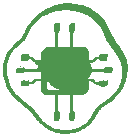
<source format=gbr>
%TF.GenerationSoftware,KiCad,Pcbnew,9.0.4*%
%TF.CreationDate,2025-09-15T16:29:57+02:00*%
%TF.ProjectId,stm32-mcu,73746d33-322d-46d6-9375-2e6b69636164,rev?*%
%TF.SameCoordinates,Original*%
%TF.FileFunction,Legend,Bot*%
%TF.FilePolarity,Positive*%
%FSLAX46Y46*%
G04 Gerber Fmt 4.6, Leading zero omitted, Abs format (unit mm)*
G04 Created by KiCad (PCBNEW 9.0.4) date 2025-09-15 16:29:57*
%MOMM*%
%LPD*%
G01*
G04 APERTURE LIST*
%ADD10C,0.300000*%
%ADD11C,0.000000*%
G04 APERTURE END LIST*
D10*
X142795932Y-92136816D02*
X142938790Y-92065387D01*
X142938790Y-92065387D02*
X143153075Y-92065387D01*
X143153075Y-92065387D02*
X143367361Y-92136816D01*
X143367361Y-92136816D02*
X143510218Y-92279673D01*
X143510218Y-92279673D02*
X143581647Y-92422530D01*
X143581647Y-92422530D02*
X143653075Y-92708244D01*
X143653075Y-92708244D02*
X143653075Y-92922530D01*
X143653075Y-92922530D02*
X143581647Y-93208244D01*
X143581647Y-93208244D02*
X143510218Y-93351101D01*
X143510218Y-93351101D02*
X143367361Y-93493959D01*
X143367361Y-93493959D02*
X143153075Y-93565387D01*
X143153075Y-93565387D02*
X143010218Y-93565387D01*
X143010218Y-93565387D02*
X142795932Y-93493959D01*
X142795932Y-93493959D02*
X142724504Y-93422530D01*
X142724504Y-93422530D02*
X142724504Y-92922530D01*
X142724504Y-92922530D02*
X143010218Y-92922530D01*
X141867361Y-92065387D02*
X141867361Y-92422530D01*
X142224504Y-92279673D02*
X141867361Y-92422530D01*
X141867361Y-92422530D02*
X141510218Y-92279673D01*
X142081647Y-92708244D02*
X141867361Y-92422530D01*
X141867361Y-92422530D02*
X141653075Y-92708244D01*
X140724504Y-92065387D02*
X140724504Y-92422530D01*
X141081647Y-92279673D02*
X140724504Y-92422530D01*
X140724504Y-92422530D02*
X140367361Y-92279673D01*
X140938790Y-92708244D02*
X140724504Y-92422530D01*
X140724504Y-92422530D02*
X140510218Y-92708244D01*
X139581647Y-92065387D02*
X139581647Y-92422530D01*
X139938790Y-92279673D02*
X139581647Y-92422530D01*
X139581647Y-92422530D02*
X139224504Y-92279673D01*
X139795933Y-92708244D02*
X139581647Y-92422530D01*
X139581647Y-92422530D02*
X139367361Y-92708244D01*
D11*
%TO.C,G\u002A\u002A\u002A*%
G36*
X141901856Y-87192261D02*
G01*
X142033547Y-87196151D01*
X142161756Y-87201793D01*
X142280481Y-87209027D01*
X142383719Y-87217694D01*
X142465466Y-87227637D01*
X142480545Y-87229976D01*
X142630789Y-87256814D01*
X142791129Y-87290997D01*
X142951735Y-87330143D01*
X143102772Y-87371872D01*
X143234410Y-87413804D01*
X143276083Y-87428623D01*
X143475360Y-87507986D01*
X143676751Y-87601159D01*
X143872426Y-87704077D01*
X144054553Y-87812677D01*
X144215301Y-87922893D01*
X144293486Y-87983846D01*
X144435063Y-88106477D01*
X144578355Y-88244516D01*
X144716526Y-88390913D01*
X144842740Y-88538623D01*
X144950163Y-88680596D01*
X144977083Y-88719960D01*
X145063968Y-88857952D01*
X145152363Y-89013233D01*
X145237839Y-89177418D01*
X145315967Y-89342120D01*
X145382320Y-89498955D01*
X145423493Y-89599201D01*
X145555037Y-89875920D01*
X145715122Y-90158484D01*
X145903650Y-90446729D01*
X146120520Y-90740486D01*
X146189378Y-90830970D01*
X146334383Y-91036690D01*
X146465473Y-91244209D01*
X146580632Y-91449798D01*
X146677847Y-91649727D01*
X146755103Y-91840266D01*
X146810386Y-92017686D01*
X146814855Y-92035463D01*
X146852886Y-92234388D01*
X146874734Y-92451576D01*
X146880611Y-92681526D01*
X146870728Y-92918737D01*
X146845299Y-93157710D01*
X146804534Y-93392944D01*
X146748646Y-93618939D01*
X146745421Y-93630081D01*
X146711863Y-93741544D01*
X146683906Y-93825240D01*
X146661214Y-93882021D01*
X146643447Y-93912744D01*
X146630268Y-93918263D01*
X146624058Y-93915431D01*
X146623523Y-93923153D01*
X146623885Y-93931583D01*
X146615040Y-93964660D01*
X146595575Y-94018025D01*
X146567047Y-94087923D01*
X146531014Y-94170599D01*
X146489033Y-94262297D01*
X146442661Y-94359264D01*
X146416327Y-94411193D01*
X146303187Y-94603084D01*
X146165540Y-94796549D01*
X146006666Y-94988075D01*
X145829839Y-95174153D01*
X145638339Y-95351269D01*
X145435441Y-95515914D01*
X145224424Y-95664575D01*
X145195603Y-95683378D01*
X145079261Y-95759708D01*
X144983562Y-95823460D01*
X144905088Y-95877117D01*
X144840424Y-95923159D01*
X144786154Y-95964070D01*
X144738862Y-96002332D01*
X144695132Y-96040426D01*
X144651548Y-96080834D01*
X144617024Y-96114332D01*
X144549988Y-96184589D01*
X144486810Y-96259225D01*
X144424256Y-96342687D01*
X144359093Y-96439417D01*
X144288086Y-96553861D01*
X144208002Y-96690464D01*
X144088541Y-96890786D01*
X143972361Y-97068819D01*
X143858281Y-97225126D01*
X143743539Y-97363025D01*
X143625374Y-97485830D01*
X143501024Y-97596857D01*
X143367729Y-97699422D01*
X143314373Y-97736531D01*
X143100695Y-97865713D01*
X142867596Y-97978956D01*
X142620372Y-98074153D01*
X142364322Y-98149196D01*
X142104741Y-98201976D01*
X142049755Y-98209308D01*
X141943781Y-98218726D01*
X141821448Y-98225275D01*
X141689258Y-98228944D01*
X141553716Y-98229720D01*
X141421324Y-98227593D01*
X141298587Y-98222552D01*
X141192007Y-98214586D01*
X141108088Y-98203683D01*
X141071974Y-98197143D01*
X140776487Y-98128206D01*
X140496657Y-98034571D01*
X140232636Y-97916322D01*
X139984576Y-97773547D01*
X139752628Y-97606331D01*
X139536945Y-97414761D01*
X139337678Y-97198923D01*
X139329227Y-97188819D01*
X139266826Y-97113339D01*
X139201768Y-97033361D01*
X139141276Y-96957821D01*
X139092573Y-96895657D01*
X138996464Y-96771812D01*
X138872872Y-96616512D01*
X138760869Y-96481303D01*
X138657941Y-96363528D01*
X138561572Y-96260527D01*
X138469249Y-96169645D01*
X138378458Y-96088222D01*
X138286684Y-96013602D01*
X138191412Y-95943126D01*
X138096663Y-95875650D01*
X137943191Y-95764154D01*
X137809261Y-95663422D01*
X137691346Y-95570562D01*
X137585915Y-95482679D01*
X137489439Y-95396881D01*
X137398390Y-95310275D01*
X137309237Y-95219968D01*
X137227934Y-95132320D01*
X137028796Y-94889518D01*
X136851505Y-94630486D01*
X136697536Y-94358005D01*
X136568364Y-94074854D01*
X136465463Y-93783813D01*
X136390308Y-93487662D01*
X136351699Y-93250594D01*
X136329429Y-92976111D01*
X136329423Y-92930326D01*
X136653142Y-92930326D01*
X136674885Y-93198214D01*
X136720092Y-93464897D01*
X136788858Y-93727813D01*
X136881274Y-93984402D01*
X136997435Y-94232101D01*
X137053026Y-94333226D01*
X137191178Y-94554009D01*
X137346934Y-94762977D01*
X137522634Y-94962673D01*
X137720616Y-95155639D01*
X137943220Y-95344418D01*
X138192785Y-95531553D01*
X138255276Y-95575985D01*
X138335631Y-95633376D01*
X138410932Y-95687421D01*
X138474883Y-95733599D01*
X138521187Y-95767388D01*
X138554016Y-95792292D01*
X138619405Y-95846204D01*
X138687493Y-95908409D01*
X138760032Y-95980879D01*
X138838775Y-96065588D01*
X138925475Y-96164508D01*
X139021886Y-96279613D01*
X139129760Y-96412875D01*
X139250849Y-96566267D01*
X139386907Y-96741762D01*
X139505706Y-96891081D01*
X139658992Y-97067328D01*
X139809683Y-97220370D01*
X139961044Y-97353013D01*
X140116337Y-97468058D01*
X140278824Y-97568308D01*
X140451769Y-97656568D01*
X140563958Y-97705565D01*
X140807315Y-97791144D01*
X141058883Y-97851511D01*
X141321924Y-97887357D01*
X141599695Y-97899370D01*
X141745649Y-97896489D01*
X142030263Y-97872156D01*
X142300694Y-97823253D01*
X142556308Y-97750019D01*
X142796470Y-97652691D01*
X143020546Y-97531507D01*
X143227900Y-97386705D01*
X143417899Y-97218522D01*
X143433856Y-97202569D01*
X143520722Y-97110813D01*
X143599243Y-97017841D01*
X143674297Y-96917181D01*
X143750759Y-96802360D01*
X143833506Y-96666906D01*
X143868854Y-96607302D01*
X143965193Y-96446926D01*
X144050680Y-96308778D01*
X144127552Y-96190159D01*
X144198045Y-96088370D01*
X144264397Y-96000713D01*
X144328844Y-95924487D01*
X144393623Y-95856993D01*
X144460971Y-95795534D01*
X144533125Y-95737408D01*
X144612322Y-95679918D01*
X144700799Y-95620363D01*
X144756238Y-95584031D01*
X144871718Y-95508183D01*
X144967088Y-95445187D01*
X145045501Y-95392864D01*
X145110113Y-95349033D01*
X145164075Y-95311515D01*
X145210544Y-95278128D01*
X145252673Y-95246694D01*
X145293616Y-95215032D01*
X145336527Y-95180962D01*
X145399629Y-95129309D01*
X145617041Y-94931343D01*
X145806981Y-94723926D01*
X145969968Y-94506101D01*
X146106524Y-94276913D01*
X146217168Y-94035404D01*
X146269968Y-93877605D01*
X146634808Y-93877605D01*
X146637155Y-93892012D01*
X146643663Y-93886460D01*
X146646005Y-93877985D01*
X146642506Y-93858369D01*
X146637503Y-93858595D01*
X146634808Y-93877605D01*
X146269968Y-93877605D01*
X146284580Y-93833935D01*
X146652272Y-93833935D01*
X146654637Y-93833238D01*
X146664147Y-93814965D01*
X146676288Y-93779783D01*
X146680746Y-93764016D01*
X146688184Y-93730005D01*
X146688313Y-93713639D01*
X146685948Y-93714337D01*
X146676438Y-93732609D01*
X146664297Y-93767791D01*
X146659839Y-93783559D01*
X146652401Y-93817570D01*
X146652272Y-93833935D01*
X146284580Y-93833935D01*
X146302421Y-93780617D01*
X146330271Y-93656534D01*
X146695135Y-93656534D01*
X146695231Y-93661086D01*
X146697769Y-93680553D01*
X146702434Y-93674576D01*
X146704791Y-93659702D01*
X146701891Y-93630606D01*
X146701307Y-93629299D01*
X146696719Y-93631503D01*
X146695135Y-93656534D01*
X146330271Y-93656534D01*
X146349735Y-93569815D01*
X146708091Y-93569815D01*
X146710438Y-93584222D01*
X146716946Y-93578671D01*
X146719288Y-93570195D01*
X146715789Y-93550579D01*
X146710786Y-93550806D01*
X146708091Y-93569815D01*
X146349735Y-93569815D01*
X146359879Y-93524624D01*
X146721591Y-93524624D01*
X146728919Y-93531952D01*
X146736247Y-93524624D01*
X146728919Y-93517296D01*
X146721591Y-93524624D01*
X146359879Y-93524624D01*
X146362803Y-93511595D01*
X146368429Y-93467219D01*
X146722748Y-93467219D01*
X146725095Y-93481626D01*
X146731603Y-93476074D01*
X146733945Y-93467598D01*
X146730446Y-93447982D01*
X146725443Y-93448209D01*
X146722748Y-93467219D01*
X146368429Y-93467219D01*
X146374158Y-93422027D01*
X146765561Y-93422027D01*
X146772889Y-93429356D01*
X146780217Y-93422027D01*
X146772889Y-93414699D01*
X146765561Y-93422027D01*
X146374158Y-93422027D01*
X146378803Y-93385386D01*
X146739648Y-93385386D01*
X146739790Y-93395330D01*
X146742103Y-93415596D01*
X146746351Y-93411035D01*
X146748630Y-93396909D01*
X146746351Y-93359737D01*
X146744980Y-93355578D01*
X146741176Y-93358721D01*
X146739648Y-93385386D01*
X146378803Y-93385386D01*
X146390881Y-93290117D01*
X146736247Y-93290117D01*
X146743576Y-93297446D01*
X146750904Y-93290117D01*
X146743576Y-93282789D01*
X146736247Y-93290117D01*
X146390881Y-93290117D01*
X146398834Y-93227383D01*
X146400025Y-93194849D01*
X146755296Y-93194849D01*
X146755997Y-93227602D01*
X146758207Y-93244248D01*
X146761402Y-93235155D01*
X146763856Y-93201886D01*
X146761402Y-93154543D01*
X146758571Y-93145103D01*
X146756205Y-93158665D01*
X146755296Y-93194849D01*
X146400025Y-93194849D01*
X146404319Y-93077596D01*
X146753218Y-93077596D01*
X146755261Y-93097758D01*
X146760611Y-93095917D01*
X146762547Y-93089282D01*
X146760611Y-93059275D01*
X146755522Y-93056789D01*
X146753218Y-93077596D01*
X146404319Y-93077596D01*
X146406127Y-93028211D01*
X146401514Y-92938357D01*
X146755714Y-92938357D01*
X146755775Y-92950880D01*
X146756821Y-92986977D01*
X146758883Y-92999534D01*
X146761601Y-92985665D01*
X146761798Y-92983706D01*
X146763943Y-92931536D01*
X146761482Y-92883068D01*
X146760807Y-92878312D01*
X146758177Y-92874406D01*
X146756359Y-92895572D01*
X146755714Y-92938357D01*
X146401514Y-92938357D01*
X146395119Y-92813776D01*
X146750904Y-92813776D01*
X146751962Y-92821535D01*
X146760675Y-92823547D01*
X146762429Y-92821399D01*
X146760675Y-92804005D01*
X146756267Y-92801712D01*
X146750904Y-92813776D01*
X146395119Y-92813776D01*
X146393935Y-92790715D01*
X146389023Y-92755149D01*
X146736247Y-92755149D01*
X146737305Y-92762908D01*
X146746019Y-92764920D01*
X146747773Y-92762772D01*
X146746019Y-92745378D01*
X146741610Y-92743085D01*
X146736247Y-92755149D01*
X146389023Y-92755149D01*
X146382106Y-92705072D01*
X146737405Y-92705072D01*
X146739752Y-92719479D01*
X146746260Y-92713927D01*
X146748601Y-92705452D01*
X146745103Y-92685835D01*
X146740099Y-92686062D01*
X146737405Y-92705072D01*
X146382106Y-92705072D01*
X146366923Y-92595147D01*
X146721815Y-92595147D01*
X146724807Y-92620615D01*
X146736451Y-92652553D01*
X146740940Y-92658395D01*
X146745469Y-92654184D01*
X146741450Y-92623239D01*
X146736752Y-92599577D01*
X146733147Y-92586598D01*
X146853501Y-92586598D01*
X146860829Y-92593926D01*
X146868157Y-92586598D01*
X146860829Y-92579269D01*
X146853501Y-92586598D01*
X146733147Y-92586598D01*
X146728787Y-92570898D01*
X146723556Y-92569061D01*
X146721815Y-92595147D01*
X146366923Y-92595147D01*
X146360926Y-92551728D01*
X146352216Y-92513314D01*
X146709791Y-92513314D01*
X146709888Y-92517866D01*
X146712426Y-92537333D01*
X146717091Y-92531356D01*
X146719447Y-92516482D01*
X146716548Y-92487386D01*
X146715964Y-92486079D01*
X146711376Y-92488283D01*
X146709791Y-92513314D01*
X146352216Y-92513314D01*
X146333939Y-92432703D01*
X146694592Y-92432703D01*
X146696635Y-92452865D01*
X146701984Y-92451023D01*
X146703920Y-92444389D01*
X146701984Y-92414382D01*
X146696895Y-92411896D01*
X146694592Y-92432703D01*
X146333939Y-92432703D01*
X146322307Y-92381404D01*
X146736247Y-92381404D01*
X146743576Y-92388733D01*
X146750904Y-92381404D01*
X146743576Y-92374076D01*
X146736247Y-92381404D01*
X146322307Y-92381404D01*
X146308308Y-92319662D01*
X146282915Y-92242166D01*
X146649510Y-92242166D01*
X146650160Y-92251178D01*
X146657177Y-92285938D01*
X146669535Y-92330106D01*
X146677139Y-92352565D01*
X146686925Y-92374787D01*
X146691075Y-92374076D01*
X146690425Y-92365064D01*
X146683408Y-92330303D01*
X146671050Y-92286136D01*
X146663446Y-92263677D01*
X146653660Y-92241455D01*
X146649510Y-92242166D01*
X146282915Y-92242166D01*
X146268507Y-92198196D01*
X146633651Y-92198196D01*
X146634709Y-92205955D01*
X146643422Y-92207967D01*
X146645176Y-92205819D01*
X146643422Y-92188425D01*
X146639013Y-92186132D01*
X146633651Y-92198196D01*
X146268507Y-92198196D01*
X146249296Y-92139569D01*
X146621308Y-92139569D01*
X146623351Y-92159731D01*
X146628701Y-92157890D01*
X146630637Y-92151256D01*
X146628701Y-92121248D01*
X146623612Y-92118762D01*
X146621308Y-92139569D01*
X146249296Y-92139569D01*
X146237290Y-92102928D01*
X146222475Y-92065421D01*
X146589681Y-92065421D01*
X146590202Y-92069402D01*
X146604170Y-92088167D01*
X146610954Y-92089505D01*
X146609930Y-92074375D01*
X146609592Y-92073614D01*
X146750904Y-92073614D01*
X146758232Y-92080943D01*
X146765561Y-92073614D01*
X146758232Y-92066286D01*
X146750904Y-92073614D01*
X146609592Y-92073614D01*
X146605199Y-92063721D01*
X146594391Y-92052104D01*
X146589681Y-92065421D01*
X146222475Y-92065421D01*
X146221790Y-92063686D01*
X146204054Y-92022316D01*
X146575024Y-92022316D01*
X146576082Y-92030075D01*
X146584795Y-92032087D01*
X146586549Y-92029939D01*
X146584795Y-92012545D01*
X146580387Y-92010252D01*
X146575024Y-92022316D01*
X146204054Y-92022316D01*
X146194629Y-92000331D01*
X146750904Y-92000331D01*
X146758232Y-92007659D01*
X146765561Y-92000331D01*
X146758232Y-91993003D01*
X146750904Y-92000331D01*
X146194629Y-92000331D01*
X146185203Y-91978346D01*
X146560368Y-91978346D01*
X146561425Y-91986105D01*
X146570139Y-91988117D01*
X146571893Y-91985969D01*
X146570139Y-91968575D01*
X146565730Y-91966282D01*
X146560368Y-91978346D01*
X146185203Y-91978346D01*
X146174158Y-91952582D01*
X146147626Y-91897734D01*
X146531503Y-91897734D01*
X146533309Y-91907657D01*
X146545711Y-91934376D01*
X146553871Y-91944326D01*
X146559919Y-91941704D01*
X146558113Y-91931782D01*
X146545711Y-91905063D01*
X146537551Y-91895113D01*
X146531503Y-91897734D01*
X146147626Y-91897734D01*
X146133446Y-91868421D01*
X146516398Y-91868421D01*
X146523726Y-91875749D01*
X146531054Y-91868421D01*
X146523726Y-91861093D01*
X146516398Y-91868421D01*
X146133446Y-91868421D01*
X146120503Y-91841665D01*
X146079475Y-91765824D01*
X146473466Y-91765824D01*
X146479064Y-91785564D01*
X146494413Y-91817123D01*
X146495043Y-91818220D01*
X146509413Y-91838911D01*
X146515359Y-91839108D01*
X146721591Y-91839108D01*
X146728919Y-91846436D01*
X146736247Y-91839108D01*
X146728919Y-91831779D01*
X146721591Y-91839108D01*
X146515359Y-91839108D01*
X146509761Y-91819368D01*
X146494413Y-91787809D01*
X146493782Y-91786712D01*
X146479412Y-91766021D01*
X146473466Y-91765824D01*
X146079475Y-91765824D01*
X146058896Y-91727783D01*
X146046633Y-91707198D01*
X146443114Y-91707198D01*
X146450443Y-91714526D01*
X146457771Y-91707198D01*
X146450443Y-91699869D01*
X146443114Y-91707198D01*
X146046633Y-91707198D01*
X146029169Y-91677884D01*
X146428458Y-91677884D01*
X146435786Y-91685213D01*
X146443114Y-91677884D01*
X146435786Y-91670556D01*
X146428458Y-91677884D01*
X146029169Y-91677884D01*
X145997577Y-91624856D01*
X146399144Y-91624856D01*
X146399691Y-91629155D01*
X146413801Y-91648571D01*
X146419427Y-91650919D01*
X146428458Y-91642973D01*
X146427910Y-91638674D01*
X146413801Y-91619258D01*
X146408175Y-91616910D01*
X146399144Y-91624856D01*
X145997577Y-91624856D01*
X145987409Y-91607789D01*
X145962357Y-91568914D01*
X146373424Y-91568914D01*
X146377159Y-91582616D01*
X146380170Y-91586955D01*
X146393546Y-91597273D01*
X146395551Y-91596318D01*
X146391816Y-91582616D01*
X146388805Y-91578277D01*
X146375429Y-91567959D01*
X146373424Y-91568914D01*
X145962357Y-91568914D01*
X145904111Y-91478531D01*
X145901278Y-91474395D01*
X146319728Y-91474395D01*
X146324386Y-91487348D01*
X146326697Y-91491781D01*
X146348271Y-91529204D01*
X146363542Y-91548675D01*
X146369281Y-91545974D01*
X146369268Y-91545576D01*
X146360142Y-91524413D01*
X146339208Y-91494676D01*
X146331596Y-91485591D01*
X146319728Y-91474395D01*
X145901278Y-91474395D01*
X145849454Y-91398732D01*
X146272456Y-91398732D01*
X146281891Y-91421393D01*
X146293136Y-91439471D01*
X146304907Y-91450706D01*
X146305982Y-91444054D01*
X146296548Y-91421393D01*
X146285303Y-91403315D01*
X146273531Y-91392079D01*
X146272456Y-91398732D01*
X145849454Y-91398732D01*
X145815434Y-91349064D01*
X146241514Y-91349064D01*
X146245249Y-91362766D01*
X146248260Y-91367105D01*
X146261636Y-91377423D01*
X146263641Y-91376468D01*
X146259906Y-91362766D01*
X146256895Y-91358427D01*
X146243519Y-91348109D01*
X146241514Y-91349064D01*
X145815434Y-91349064D01*
X145807074Y-91336859D01*
X145784305Y-91305094D01*
X146212201Y-91305094D01*
X146215936Y-91318796D01*
X146218947Y-91323135D01*
X146232323Y-91333453D01*
X146234327Y-91332498D01*
X146230593Y-91318796D01*
X146227581Y-91314457D01*
X146214206Y-91304139D01*
X146212201Y-91305094D01*
X145784305Y-91305094D01*
X145745563Y-91251046D01*
X146164638Y-91251046D01*
X146169988Y-91258615D01*
X146190287Y-91276696D01*
X146200906Y-91284883D01*
X146208496Y-91288523D01*
X146195820Y-91271162D01*
X146191251Y-91265487D01*
X146171767Y-91246659D01*
X146164638Y-91251046D01*
X145745563Y-91251046D01*
X145694368Y-91179625D01*
X145686684Y-91169249D01*
X146115464Y-91169249D01*
X146128161Y-91192410D01*
X146140510Y-91210202D01*
X146156495Y-91228419D01*
X146160850Y-91226275D01*
X146150418Y-91202359D01*
X146138792Y-91184273D01*
X146119068Y-91163913D01*
X146117479Y-91163063D01*
X146115464Y-91169249D01*
X145686684Y-91169249D01*
X145635326Y-91099900D01*
X146065634Y-91099900D01*
X146069369Y-91113603D01*
X146072380Y-91117941D01*
X146085756Y-91128259D01*
X146087761Y-91127305D01*
X146084026Y-91113603D01*
X146081015Y-91109264D01*
X146067639Y-91098946D01*
X146065634Y-91099900D01*
X145635326Y-91099900D01*
X145564066Y-91003678D01*
X145562917Y-91002138D01*
X145993290Y-91002138D01*
X146002031Y-91023078D01*
X146014897Y-91043123D01*
X146034269Y-91063257D01*
X146034381Y-91063326D01*
X146042851Y-91063844D01*
X146034111Y-91042904D01*
X146021245Y-91022859D01*
X146001873Y-91002725D01*
X146001760Y-91002656D01*
X145993290Y-91002138D01*
X145562917Y-91002138D01*
X145553131Y-90989021D01*
X146164638Y-90989021D01*
X146171966Y-90996349D01*
X146179294Y-90989021D01*
X146171966Y-90981693D01*
X146164638Y-90989021D01*
X145553131Y-90989021D01*
X145517351Y-90941060D01*
X145450177Y-90849965D01*
X145432979Y-90826333D01*
X145862160Y-90826333D01*
X145875890Y-90850058D01*
X145902310Y-90888742D01*
X145908918Y-90897922D01*
X145939272Y-90938166D01*
X145961958Y-90965139D01*
X145972481Y-90973416D01*
X145972441Y-90969594D01*
X145961261Y-90948278D01*
X145938691Y-90916050D01*
X145929166Y-90902633D01*
X145920780Y-90886424D01*
X146106011Y-90886424D01*
X146113339Y-90893753D01*
X146120668Y-90886424D01*
X146113339Y-90879096D01*
X146106011Y-90886424D01*
X145920780Y-90886424D01*
X145911427Y-90868347D01*
X145909684Y-90846032D01*
X145911369Y-90842454D01*
X146106011Y-90842454D01*
X146113339Y-90849783D01*
X146120668Y-90842454D01*
X146113339Y-90835126D01*
X146106011Y-90842454D01*
X145911369Y-90842454D01*
X145913309Y-90838336D01*
X145908021Y-90838822D01*
X145892287Y-90839528D01*
X145866858Y-90824166D01*
X145863162Y-90821289D01*
X145862160Y-90826333D01*
X145432979Y-90826333D01*
X145386540Y-90762520D01*
X145379514Y-90752720D01*
X145798221Y-90752720D01*
X145803571Y-90760289D01*
X145823870Y-90778369D01*
X145834490Y-90786556D01*
X145842080Y-90790196D01*
X145829404Y-90772835D01*
X145826454Y-90769171D01*
X146003414Y-90769171D01*
X146010743Y-90776499D01*
X146018071Y-90769171D01*
X146010743Y-90761843D01*
X146003414Y-90769171D01*
X145826454Y-90769171D01*
X145824835Y-90767161D01*
X145805350Y-90748333D01*
X145798221Y-90752720D01*
X145379514Y-90752720D01*
X145330475Y-90684322D01*
X145754251Y-90684322D01*
X145759322Y-90697408D01*
X145779900Y-90719742D01*
X145792731Y-90729529D01*
X145797833Y-90730477D01*
X145794184Y-90725201D01*
X145900818Y-90725201D01*
X145908146Y-90732529D01*
X145915474Y-90725201D01*
X145908146Y-90717873D01*
X145900818Y-90725201D01*
X145794184Y-90725201D01*
X145784047Y-90710544D01*
X145769344Y-90690394D01*
X145758398Y-90675124D01*
X145757132Y-90673993D01*
X145754251Y-90684322D01*
X145330475Y-90684322D01*
X145329990Y-90683646D01*
X145284077Y-90618267D01*
X145252349Y-90571306D01*
X145211714Y-90505774D01*
X145144013Y-90385857D01*
X145075969Y-90253818D01*
X145012527Y-90119405D01*
X145006065Y-90104173D01*
X145388081Y-90104173D01*
X145389293Y-90110539D01*
X145402594Y-90141256D01*
X145428253Y-90189659D01*
X145463386Y-90251061D01*
X145505108Y-90320774D01*
X145550536Y-90394111D01*
X145596783Y-90466382D01*
X145640966Y-90532902D01*
X145680200Y-90588981D01*
X145711601Y-90629933D01*
X145718956Y-90638618D01*
X145732606Y-90652666D01*
X145730558Y-90645403D01*
X145713952Y-90618707D01*
X145686761Y-90578634D01*
X145710281Y-90578634D01*
X145717609Y-90585963D01*
X145724938Y-90578634D01*
X145717609Y-90571306D01*
X145710281Y-90578634D01*
X145686761Y-90578634D01*
X145683925Y-90574454D01*
X145641615Y-90514521D01*
X145624976Y-90490694D01*
X145680968Y-90490694D01*
X145688296Y-90498023D01*
X145695624Y-90490694D01*
X145688296Y-90483366D01*
X145680968Y-90490694D01*
X145624976Y-90490694D01*
X145624642Y-90490215D01*
X145595287Y-90444604D01*
X145576645Y-90410396D01*
X145572169Y-90393604D01*
X145573920Y-90389520D01*
X145572519Y-90388098D01*
X145754251Y-90388098D01*
X145761579Y-90395426D01*
X145768908Y-90388098D01*
X145761579Y-90380769D01*
X145754251Y-90388098D01*
X145572519Y-90388098D01*
X145565297Y-90380769D01*
X145563498Y-90380252D01*
X145547741Y-90363798D01*
X145523884Y-90328881D01*
X145496342Y-90281837D01*
X145494853Y-90279127D01*
X145567308Y-90279127D01*
X145571043Y-90292829D01*
X145574054Y-90297168D01*
X145587429Y-90307486D01*
X145589434Y-90306532D01*
X145585699Y-90292829D01*
X145582688Y-90288491D01*
X145569313Y-90278173D01*
X145567308Y-90279127D01*
X145494853Y-90279127D01*
X145484824Y-90260870D01*
X145444222Y-90188501D01*
X145432258Y-90168248D01*
X145534401Y-90168248D01*
X145541729Y-90175576D01*
X145549058Y-90168248D01*
X145541729Y-90160920D01*
X145534401Y-90168248D01*
X145432258Y-90168248D01*
X145423599Y-90153591D01*
X145490431Y-90153591D01*
X145497759Y-90160920D01*
X145505088Y-90153591D01*
X145593028Y-90153591D01*
X145600356Y-90160920D01*
X145607684Y-90153591D01*
X145600356Y-90146263D01*
X145593028Y-90153591D01*
X145505088Y-90153591D01*
X145497759Y-90146263D01*
X145490431Y-90153591D01*
X145423599Y-90153591D01*
X145413874Y-90137129D01*
X145394816Y-90108454D01*
X145388081Y-90104173D01*
X145006065Y-90104173D01*
X145002159Y-90094965D01*
X145490431Y-90094965D01*
X145497759Y-90102293D01*
X145505088Y-90094965D01*
X145497759Y-90087636D01*
X145490431Y-90094965D01*
X145002159Y-90094965D01*
X144996977Y-90082751D01*
X145422033Y-90082751D01*
X145424181Y-90084505D01*
X145441575Y-90082751D01*
X145443868Y-90078342D01*
X145431804Y-90072980D01*
X145424045Y-90074037D01*
X145422033Y-90082751D01*
X144996977Y-90082751D01*
X144981172Y-90045496D01*
X145362329Y-90045496D01*
X145366792Y-90062619D01*
X145374101Y-90076297D01*
X145385004Y-90080696D01*
X145386573Y-90073631D01*
X145374996Y-90054414D01*
X145373066Y-90052521D01*
X145370734Y-90050995D01*
X145563714Y-90050995D01*
X145571043Y-90058323D01*
X145578371Y-90050995D01*
X145571043Y-90043666D01*
X145563714Y-90050995D01*
X145370734Y-90050995D01*
X145362329Y-90045496D01*
X144981172Y-90045496D01*
X144958633Y-89992368D01*
X144940492Y-89948398D01*
X145315590Y-89948398D01*
X145321187Y-89968138D01*
X145336536Y-89999696D01*
X145337167Y-90000793D01*
X145351536Y-90021484D01*
X145357482Y-90021681D01*
X145351885Y-90001941D01*
X145336536Y-89970383D01*
X145335905Y-89969286D01*
X145321536Y-89948595D01*
X145315590Y-89948398D01*
X144940492Y-89948398D01*
X144910258Y-89875115D01*
X145285687Y-89875115D01*
X145287492Y-89885037D01*
X145299894Y-89911756D01*
X145308054Y-89921706D01*
X145314102Y-89919085D01*
X145312297Y-89909162D01*
X145299894Y-89882443D01*
X145291735Y-89872493D01*
X145285687Y-89875115D01*
X144910258Y-89875115D01*
X144880024Y-89801831D01*
X145256373Y-89801831D01*
X145258179Y-89811754D01*
X145270581Y-89838473D01*
X145278741Y-89848423D01*
X145284789Y-89845801D01*
X145282983Y-89835879D01*
X145280786Y-89831145D01*
X145431804Y-89831145D01*
X145439133Y-89838473D01*
X145446461Y-89831145D01*
X145439133Y-89823816D01*
X145431804Y-89831145D01*
X145280786Y-89831145D01*
X145270581Y-89809160D01*
X145262421Y-89799209D01*
X145256373Y-89801831D01*
X144880024Y-89801831D01*
X144878455Y-89798029D01*
X144781215Y-89586341D01*
X144750406Y-89527766D01*
X145141114Y-89527766D01*
X145143109Y-89532598D01*
X145154450Y-89560183D01*
X145172861Y-89605031D01*
X145195509Y-89660243D01*
X145206519Y-89686609D01*
X145227440Y-89733832D01*
X145243108Y-89765292D01*
X145250760Y-89775239D01*
X145250533Y-89769897D01*
X145242302Y-89742702D01*
X145237068Y-89728548D01*
X145387834Y-89728548D01*
X145395163Y-89735876D01*
X145402491Y-89728548D01*
X145395163Y-89721220D01*
X145387834Y-89728548D01*
X145237068Y-89728548D01*
X145231649Y-89713891D01*
X145270581Y-89713891D01*
X145277909Y-89721220D01*
X145285238Y-89713891D01*
X145277909Y-89706563D01*
X145270581Y-89713891D01*
X145231649Y-89713891D01*
X145225866Y-89698249D01*
X145208500Y-89655265D01*
X145226611Y-89655265D01*
X145233939Y-89662593D01*
X145241268Y-89655265D01*
X145233939Y-89647936D01*
X145226611Y-89655265D01*
X145208500Y-89655265D01*
X145203449Y-89642762D01*
X145196293Y-89625951D01*
X145270581Y-89625951D01*
X145277909Y-89633280D01*
X145285238Y-89625951D01*
X145277909Y-89618623D01*
X145270581Y-89625951D01*
X145196293Y-89625951D01*
X145190125Y-89611460D01*
X145170394Y-89567325D01*
X145285238Y-89567325D01*
X145292566Y-89574653D01*
X145299894Y-89567325D01*
X145292566Y-89559996D01*
X145285238Y-89567325D01*
X145170394Y-89567325D01*
X145168196Y-89562409D01*
X145151650Y-89528614D01*
X145143312Y-89516026D01*
X145142232Y-89516180D01*
X145141114Y-89527766D01*
X144750406Y-89527766D01*
X144732668Y-89494041D01*
X145124014Y-89494041D01*
X145131343Y-89501370D01*
X145138671Y-89494041D01*
X145131343Y-89486713D01*
X145124014Y-89494041D01*
X144732668Y-89494041D01*
X144717250Y-89464728D01*
X145109358Y-89464728D01*
X145116686Y-89472056D01*
X145124014Y-89464728D01*
X145116686Y-89457400D01*
X145109358Y-89464728D01*
X144717250Y-89464728D01*
X144701832Y-89435415D01*
X145094701Y-89435415D01*
X145102029Y-89442743D01*
X145109358Y-89435415D01*
X145102029Y-89428086D01*
X145094701Y-89435415D01*
X144701832Y-89435415D01*
X144694123Y-89420758D01*
X145124014Y-89420758D01*
X145131343Y-89428086D01*
X145138671Y-89420758D01*
X145131343Y-89413430D01*
X145124014Y-89420758D01*
X144694123Y-89420758D01*
X144682559Y-89398773D01*
X145080044Y-89398773D01*
X145081102Y-89406532D01*
X145089815Y-89408544D01*
X145091570Y-89406396D01*
X145089815Y-89389002D01*
X145085407Y-89386709D01*
X145080044Y-89398773D01*
X144682559Y-89398773D01*
X144681209Y-89396207D01*
X144611446Y-89281810D01*
X145027302Y-89281810D01*
X145030119Y-89296167D01*
X145043403Y-89325490D01*
X145045527Y-89329537D01*
X145062526Y-89357863D01*
X145073469Y-89369460D01*
X145074160Y-89369170D01*
X145071343Y-89354812D01*
X145058059Y-89325490D01*
X145055935Y-89321442D01*
X145038936Y-89293116D01*
X145027993Y-89281520D01*
X145027302Y-89281810D01*
X144611446Y-89281810D01*
X144575836Y-89223416D01*
X144544456Y-89179213D01*
X144968675Y-89179213D01*
X144971492Y-89193570D01*
X144984776Y-89222893D01*
X144986900Y-89226941D01*
X145003899Y-89255266D01*
X145014842Y-89266863D01*
X145015533Y-89266573D01*
X145012717Y-89252216D01*
X144999433Y-89222893D01*
X144997309Y-89218845D01*
X144980310Y-89190520D01*
X144976282Y-89186251D01*
X145065388Y-89186251D01*
X145072716Y-89193580D01*
X145080044Y-89186251D01*
X145072716Y-89178923D01*
X145065388Y-89186251D01*
X144976282Y-89186251D01*
X144969367Y-89178923D01*
X144968675Y-89179213D01*
X144544456Y-89179213D01*
X144528643Y-89156938D01*
X144948134Y-89156938D01*
X144955463Y-89164266D01*
X144962791Y-89156938D01*
X144955463Y-89149610D01*
X144948134Y-89156938D01*
X144528643Y-89156938D01*
X144518238Y-89142281D01*
X145182641Y-89142281D01*
X145189969Y-89149610D01*
X145197298Y-89142281D01*
X145189969Y-89134953D01*
X145182641Y-89142281D01*
X144518238Y-89142281D01*
X144507834Y-89127625D01*
X144933478Y-89127625D01*
X144940806Y-89134953D01*
X144948134Y-89127625D01*
X144940806Y-89120296D01*
X144933478Y-89127625D01*
X144507834Y-89127625D01*
X144462495Y-89063758D01*
X144435178Y-89030527D01*
X144869652Y-89030527D01*
X144887414Y-89058005D01*
X144907813Y-89085219D01*
X144924945Y-89103249D01*
X144930020Y-89101719D01*
X144920137Y-89078785D01*
X144908008Y-89060657D01*
X144879888Y-89031151D01*
X144870258Y-89024490D01*
X144869652Y-89030527D01*
X144435178Y-89030527D01*
X144352060Y-88929415D01*
X144798976Y-88929415D01*
X144816179Y-88955409D01*
X144833244Y-88977944D01*
X144852100Y-88999370D01*
X144857181Y-88999153D01*
X144846854Y-88976188D01*
X144834887Y-88958209D01*
X144814950Y-88937088D01*
X144977448Y-88937088D01*
X144984776Y-88944416D01*
X144992104Y-88937088D01*
X144984776Y-88929760D01*
X144977448Y-88937088D01*
X144814950Y-88937088D01*
X144806895Y-88928554D01*
X144799836Y-88923640D01*
X144798976Y-88929415D01*
X144352060Y-88929415D01*
X144338584Y-88913022D01*
X144300156Y-88872087D01*
X144761191Y-88872087D01*
X144764926Y-88885790D01*
X144767937Y-88890128D01*
X144781313Y-88900446D01*
X144783318Y-88899492D01*
X144779583Y-88885790D01*
X144776572Y-88881451D01*
X144763196Y-88871133D01*
X144761191Y-88872087D01*
X144300156Y-88872087D01*
X144249418Y-88818040D01*
X144713628Y-88818040D01*
X144718978Y-88825609D01*
X144739277Y-88843689D01*
X144749897Y-88851877D01*
X144757486Y-88855516D01*
X144744811Y-88838156D01*
X144740241Y-88832481D01*
X144720757Y-88813653D01*
X144713628Y-88818040D01*
X144249418Y-88818040D01*
X144201501Y-88766998D01*
X144193807Y-88759294D01*
X144051957Y-88625078D01*
X144559561Y-88625078D01*
X144563775Y-88633780D01*
X144583689Y-88659438D01*
X144616987Y-88698917D01*
X144635315Y-88719926D01*
X144671176Y-88759866D01*
X144697455Y-88787516D01*
X144709454Y-88797850D01*
X144705672Y-88789423D01*
X144687203Y-88764267D01*
X144684724Y-88761208D01*
X144786911Y-88761208D01*
X144794239Y-88768536D01*
X144801568Y-88761208D01*
X144794239Y-88753880D01*
X144786911Y-88761208D01*
X144684724Y-88761208D01*
X144657998Y-88728231D01*
X144630787Y-88696795D01*
X144593735Y-88656725D01*
X144565531Y-88629298D01*
X144640344Y-88629298D01*
X144647673Y-88636626D01*
X144655001Y-88629298D01*
X144684314Y-88629298D01*
X144691643Y-88636626D01*
X144698971Y-88629298D01*
X144691643Y-88621970D01*
X144684314Y-88629298D01*
X144655001Y-88629298D01*
X144647673Y-88621970D01*
X144640344Y-88629298D01*
X144565531Y-88629298D01*
X144559561Y-88625078D01*
X144051957Y-88625078D01*
X144041489Y-88615173D01*
X143889984Y-88489312D01*
X143731805Y-88376342D01*
X143726026Y-88372806D01*
X144318684Y-88372806D01*
X144320876Y-88377133D01*
X144338886Y-88397998D01*
X144370995Y-88432215D01*
X144413166Y-88475403D01*
X144441652Y-88503819D01*
X144481058Y-88542038D01*
X144509534Y-88568261D01*
X144522305Y-88578000D01*
X144520113Y-88573673D01*
X144502103Y-88552808D01*
X144469994Y-88518591D01*
X144449290Y-88497388D01*
X144742941Y-88497388D01*
X144750269Y-88504716D01*
X144757598Y-88497388D01*
X144750269Y-88490060D01*
X144742941Y-88497388D01*
X144449290Y-88497388D01*
X144427823Y-88475403D01*
X144399337Y-88446987D01*
X144359931Y-88408768D01*
X144331455Y-88382545D01*
X144318684Y-88372806D01*
X143726026Y-88372806D01*
X143718042Y-88367921D01*
X144513320Y-88367921D01*
X144515468Y-88369675D01*
X144532862Y-88367921D01*
X144535155Y-88363512D01*
X144523091Y-88358150D01*
X144515332Y-88359207D01*
X144513320Y-88367921D01*
X143718042Y-88367921D01*
X143559464Y-88270896D01*
X143413255Y-88193046D01*
X144100383Y-88193046D01*
X144104020Y-88200620D01*
X144127361Y-88221254D01*
X144149794Y-88239588D01*
X144197478Y-88279406D01*
X144244614Y-88319583D01*
X144262107Y-88334358D01*
X144270816Y-88340194D01*
X144258668Y-88326733D01*
X144253384Y-88321508D01*
X144405838Y-88321508D01*
X144413166Y-88328836D01*
X144420494Y-88321508D01*
X144413166Y-88314180D01*
X144405838Y-88321508D01*
X144253384Y-88321508D01*
X144225989Y-88294419D01*
X144223678Y-88292195D01*
X144508434Y-88292195D01*
X144515763Y-88299523D01*
X144523091Y-88292195D01*
X144515763Y-88284866D01*
X144508434Y-88292195D01*
X144223678Y-88292195D01*
X144217784Y-88286522D01*
X144191898Y-88262881D01*
X144479121Y-88262881D01*
X144486449Y-88270210D01*
X144493778Y-88262881D01*
X144486449Y-88255553D01*
X144479121Y-88262881D01*
X144191898Y-88262881D01*
X144175851Y-88248225D01*
X144244614Y-88248225D01*
X144251943Y-88255553D01*
X144259271Y-88248225D01*
X144251943Y-88240896D01*
X144244614Y-88248225D01*
X144175851Y-88248225D01*
X144173558Y-88246131D01*
X144140759Y-88218911D01*
X144288584Y-88218911D01*
X144295913Y-88226240D01*
X144303241Y-88218911D01*
X144295913Y-88211583D01*
X144288584Y-88218911D01*
X144140759Y-88218911D01*
X144134671Y-88213859D01*
X144108736Y-88196090D01*
X144100383Y-88193046D01*
X143413255Y-88193046D01*
X143379252Y-88174941D01*
X144156674Y-88174941D01*
X144164003Y-88182270D01*
X144171331Y-88174941D01*
X144164003Y-88167613D01*
X144156674Y-88174941D01*
X143379252Y-88174941D01*
X143365474Y-88167605D01*
X143282859Y-88127932D01*
X143204920Y-88095502D01*
X143961347Y-88095502D01*
X143975122Y-88108478D01*
X144002830Y-88129006D01*
X144033556Y-88148650D01*
X144058468Y-88161853D01*
X144068735Y-88163061D01*
X144066393Y-88160285D01*
X144229958Y-88160285D01*
X144237286Y-88167613D01*
X144244614Y-88160285D01*
X144237286Y-88152956D01*
X144229958Y-88160285D01*
X144066393Y-88160285D01*
X144064436Y-88157965D01*
X144041872Y-88140245D01*
X144006444Y-88115770D01*
X143982448Y-88100781D01*
X143962192Y-88090863D01*
X143961347Y-88095502D01*
X143204920Y-88095502D01*
X143076339Y-88042000D01*
X143878198Y-88042000D01*
X143884477Y-88049880D01*
X143907511Y-88065016D01*
X143926053Y-88073277D01*
X143936825Y-88073376D01*
X143930545Y-88065496D01*
X143907511Y-88050360D01*
X143888970Y-88042100D01*
X143878198Y-88042000D01*
X143076339Y-88042000D01*
X143064262Y-88036975D01*
X142943936Y-87995880D01*
X143806136Y-87995880D01*
X143816848Y-88003526D01*
X143841556Y-88021530D01*
X143856318Y-88032117D01*
X143863243Y-88034524D01*
X143850754Y-88017382D01*
X143835756Y-88002117D01*
X143815334Y-87991733D01*
X143810953Y-87991932D01*
X143806136Y-87995880D01*
X142943936Y-87995880D01*
X142848758Y-87963374D01*
X143764538Y-87963374D01*
X143768273Y-87977076D01*
X143771284Y-87981415D01*
X143784660Y-87991733D01*
X143786664Y-87990779D01*
X143782930Y-87977076D01*
X143779918Y-87972738D01*
X143766543Y-87962420D01*
X143764538Y-87963374D01*
X142848758Y-87963374D01*
X142828768Y-87956547D01*
X142823503Y-87955091D01*
X143731631Y-87955091D01*
X143738960Y-87962420D01*
X143746288Y-87955091D01*
X143738960Y-87947763D01*
X143731631Y-87955091D01*
X142823503Y-87955091D01*
X142645127Y-87905766D01*
X143643901Y-87905766D01*
X143653431Y-87914439D01*
X143687661Y-87931930D01*
X143708944Y-87941766D01*
X143713871Y-87941740D01*
X143695852Y-87926587D01*
X143674617Y-87912172D01*
X143653104Y-87903793D01*
X143643901Y-87905766D01*
X142645127Y-87905766D01*
X142584553Y-87889016D01*
X142550801Y-87881808D01*
X143599721Y-87881808D01*
X143607050Y-87889136D01*
X143614378Y-87881808D01*
X143607050Y-87874480D01*
X143599721Y-87881808D01*
X142550801Y-87881808D01*
X142482167Y-87867151D01*
X143570408Y-87867151D01*
X143577736Y-87874480D01*
X143585065Y-87867151D01*
X143577736Y-87859823D01*
X143570408Y-87867151D01*
X142482167Y-87867151D01*
X142339795Y-87836747D01*
X142231535Y-87820933D01*
X143498646Y-87820933D01*
X143515096Y-87838992D01*
X143533451Y-87854607D01*
X143547407Y-87858396D01*
X143543728Y-87848668D01*
X143522107Y-87831981D01*
X143504014Y-87821394D01*
X143498646Y-87820933D01*
X142231535Y-87820933D01*
X142163316Y-87810968D01*
X143443383Y-87810968D01*
X143445532Y-87812722D01*
X143462926Y-87810968D01*
X143464197Y-87808525D01*
X143716975Y-87808525D01*
X143724303Y-87815853D01*
X143731631Y-87808525D01*
X143724303Y-87801196D01*
X143716975Y-87808525D01*
X143464197Y-87808525D01*
X143465219Y-87806559D01*
X143453155Y-87801196D01*
X143445395Y-87802254D01*
X143443383Y-87810968D01*
X142163316Y-87810968D01*
X142102669Y-87802109D01*
X142074100Y-87799288D01*
X141989130Y-87792900D01*
X141888254Y-87787368D01*
X141778993Y-87782923D01*
X141668870Y-87779799D01*
X141565407Y-87778227D01*
X141476126Y-87778440D01*
X141408550Y-87780670D01*
X141198130Y-87799386D01*
X140885287Y-87849208D01*
X140580797Y-87924076D01*
X140286565Y-88023031D01*
X140004496Y-88145117D01*
X139736497Y-88289376D01*
X139484475Y-88454850D01*
X139250334Y-88640584D01*
X139035982Y-88845619D01*
X138843323Y-89068998D01*
X138792341Y-89136398D01*
X138718290Y-89242742D01*
X138645594Y-89358373D01*
X138571535Y-89487902D01*
X138493398Y-89635938D01*
X138408467Y-89807092D01*
X138381123Y-89863009D01*
X138332790Y-89959457D01*
X138285944Y-90050189D01*
X138243332Y-90130005D01*
X138207703Y-90193701D01*
X138181807Y-90236075D01*
X138163835Y-90261941D01*
X138075306Y-90371879D01*
X137964569Y-90487170D01*
X137835778Y-90603722D01*
X137693085Y-90717445D01*
X137612729Y-90780353D01*
X137496500Y-90879908D01*
X137381602Y-90987335D01*
X137273935Y-91096815D01*
X137179402Y-91202525D01*
X137103902Y-91298644D01*
X137010246Y-91441138D01*
X136893151Y-91662464D01*
X136798963Y-91897954D01*
X136727775Y-92145047D01*
X136679680Y-92401181D01*
X136654772Y-92663794D01*
X136653142Y-92930326D01*
X136329423Y-92930326D01*
X136329390Y-92698989D01*
X136351182Y-92423999D01*
X136394404Y-92155909D01*
X136458658Y-91899491D01*
X136543542Y-91659515D01*
X136548090Y-91648558D01*
X136665614Y-91397404D01*
X136800427Y-91167820D01*
X136954699Y-90957127D01*
X137130603Y-90762649D01*
X137330312Y-90581709D01*
X137555996Y-90411631D01*
X137611469Y-90367527D01*
X137683450Y-90298685D01*
X137760435Y-90215018D01*
X137837304Y-90122128D01*
X137908936Y-90025613D01*
X137927935Y-89995620D01*
X137960198Y-89939517D01*
X138000620Y-89865599D01*
X138046705Y-89778522D01*
X138095956Y-89682944D01*
X138145879Y-89583522D01*
X138160880Y-89553365D01*
X138260453Y-89360622D01*
X138355888Y-89190551D01*
X138450531Y-89038317D01*
X138547728Y-88899084D01*
X138650824Y-88768019D01*
X138763166Y-88640285D01*
X138888101Y-88511047D01*
X139064148Y-88347932D01*
X139313039Y-88151638D01*
X139581208Y-87975776D01*
X139866432Y-87821771D01*
X139978755Y-87772837D01*
X143398121Y-87772837D01*
X143401856Y-87786540D01*
X143404867Y-87790878D01*
X143418243Y-87801196D01*
X143420248Y-87800242D01*
X143416513Y-87786540D01*
X143413502Y-87782201D01*
X143400126Y-87771883D01*
X143398121Y-87772837D01*
X139978755Y-87772837D01*
X139997766Y-87764555D01*
X143350558Y-87764555D01*
X143357886Y-87771883D01*
X143365215Y-87764555D01*
X143357886Y-87757226D01*
X143350558Y-87764555D01*
X139997766Y-87764555D01*
X140065053Y-87735241D01*
X143863541Y-87735241D01*
X143870870Y-87742570D01*
X143878198Y-87735241D01*
X143870870Y-87727913D01*
X143863541Y-87735241D01*
X140065053Y-87735241D01*
X140163471Y-87692365D01*
X143162137Y-87692365D01*
X143182768Y-87704192D01*
X143194200Y-87706761D01*
X143194436Y-87705928D01*
X143218648Y-87705928D01*
X143225976Y-87713256D01*
X143233305Y-87705928D01*
X143225976Y-87698600D01*
X143218648Y-87705928D01*
X143194436Y-87705928D01*
X143196559Y-87698432D01*
X143193688Y-87694588D01*
X143187495Y-87691271D01*
X143350558Y-87691271D01*
X143357886Y-87698600D01*
X143365215Y-87691271D01*
X143357886Y-87683943D01*
X143350558Y-87691271D01*
X143187495Y-87691271D01*
X143173813Y-87683943D01*
X143165593Y-87684717D01*
X143162137Y-87692365D01*
X140163471Y-87692365D01*
X140166489Y-87691050D01*
X140179816Y-87685832D01*
X140196048Y-87679058D01*
X143120937Y-87679058D01*
X143123085Y-87680812D01*
X143140479Y-87679058D01*
X143142772Y-87674649D01*
X143130708Y-87669287D01*
X143122949Y-87670344D01*
X143120937Y-87679058D01*
X140196048Y-87679058D01*
X140226117Y-87666510D01*
X140230513Y-87664401D01*
X143076967Y-87664401D01*
X143079115Y-87666155D01*
X143096509Y-87664401D01*
X143098802Y-87659992D01*
X143086738Y-87654630D01*
X143078979Y-87655688D01*
X143076967Y-87664401D01*
X140230513Y-87664401D01*
X140257188Y-87651602D01*
X140262669Y-87647302D01*
X143028111Y-87647302D01*
X143035440Y-87654630D01*
X143042768Y-87647302D01*
X143035440Y-87639973D01*
X143028111Y-87647302D01*
X140262669Y-87647302D01*
X140266898Y-87643984D01*
X140255374Y-87644474D01*
X140220664Y-87655278D01*
X140167406Y-87675607D01*
X140099890Y-87703530D01*
X140022409Y-87737115D01*
X139939255Y-87774428D01*
X139854721Y-87813539D01*
X139773099Y-87852514D01*
X139698680Y-87889422D01*
X139635758Y-87922331D01*
X139588624Y-87949308D01*
X139579755Y-87954450D01*
X139545640Y-87968304D01*
X139523171Y-87968514D01*
X139515137Y-87964887D01*
X139515728Y-87973658D01*
X139509386Y-87988626D01*
X139481724Y-88013143D01*
X139437344Y-88042961D01*
X139390486Y-88072306D01*
X139352232Y-88097855D01*
X139330931Y-88114034D01*
X139309090Y-88133031D01*
X139272932Y-88160870D01*
X139233083Y-88189128D01*
X139196279Y-88213238D01*
X139169256Y-88228633D01*
X139158752Y-88230749D01*
X139164942Y-88218396D01*
X139191949Y-88189164D01*
X139237163Y-88148232D01*
X139297056Y-88098317D01*
X139368098Y-88042137D01*
X139446760Y-87982409D01*
X139529512Y-87921852D01*
X139612826Y-87863183D01*
X139672273Y-87823181D01*
X139730362Y-87823181D01*
X139737690Y-87830510D01*
X139745018Y-87823181D01*
X139737690Y-87815853D01*
X139730362Y-87823181D01*
X139672273Y-87823181D01*
X139693171Y-87809119D01*
X139767019Y-87762377D01*
X139812458Y-87735241D01*
X139891585Y-87735241D01*
X139898913Y-87742570D01*
X139906242Y-87735241D01*
X139898913Y-87727913D01*
X139891585Y-87735241D01*
X139812458Y-87735241D01*
X139820395Y-87730501D01*
X140001530Y-87634155D01*
X140293810Y-87634155D01*
X140301972Y-87637913D01*
X140319078Y-87635792D01*
X140353270Y-87625317D01*
X140361833Y-87620431D01*
X142959714Y-87620431D01*
X142961862Y-87622185D01*
X142979256Y-87620431D01*
X142981549Y-87616022D01*
X142969485Y-87610660D01*
X142961725Y-87611718D01*
X142959714Y-87620431D01*
X140361833Y-87620431D01*
X140368760Y-87616478D01*
X140360598Y-87612720D01*
X140343492Y-87614841D01*
X140309300Y-87625317D01*
X140293810Y-87634155D01*
X140001530Y-87634155D01*
X140056641Y-87604841D01*
X140396406Y-87604841D01*
X140404568Y-87608600D01*
X140421675Y-87606479D01*
X140431946Y-87603332D01*
X142896201Y-87603332D01*
X142903530Y-87610660D01*
X142910858Y-87603332D01*
X143379871Y-87603332D01*
X143387200Y-87610660D01*
X143394528Y-87603332D01*
X143387200Y-87596003D01*
X143379871Y-87603332D01*
X142910858Y-87603332D01*
X142903530Y-87596003D01*
X142896201Y-87603332D01*
X140431946Y-87603332D01*
X140455867Y-87596003D01*
X140468710Y-87588675D01*
X142866888Y-87588675D01*
X142874216Y-87596003D01*
X142881545Y-87588675D01*
X142874216Y-87581347D01*
X142866888Y-87588675D01*
X140468710Y-87588675D01*
X140471357Y-87587165D01*
X140463195Y-87583407D01*
X140446088Y-87585528D01*
X140411897Y-87596003D01*
X140396406Y-87604841D01*
X140056641Y-87604841D01*
X140087034Y-87588675D01*
X140140748Y-87588675D01*
X140148077Y-87596003D01*
X140155405Y-87588675D01*
X140148077Y-87581347D01*
X140140748Y-87588675D01*
X140087034Y-87588675D01*
X140109997Y-87576461D01*
X140497394Y-87576461D01*
X140499542Y-87578215D01*
X140516936Y-87576461D01*
X140518207Y-87574018D01*
X142822918Y-87574018D01*
X142830246Y-87581347D01*
X142837575Y-87574018D01*
X142830246Y-87566690D01*
X142822918Y-87574018D01*
X140518207Y-87574018D01*
X140519229Y-87572052D01*
X140507165Y-87566690D01*
X140499406Y-87567748D01*
X140497394Y-87576461D01*
X140109997Y-87576461D01*
X140118826Y-87571765D01*
X140156828Y-87555537D01*
X140542835Y-87555537D01*
X140548387Y-87562045D01*
X140556862Y-87564387D01*
X140576479Y-87560888D01*
X140576252Y-87555885D01*
X140573797Y-87555537D01*
X142755992Y-87555537D01*
X142761543Y-87562045D01*
X142770019Y-87564387D01*
X142789635Y-87560888D01*
X142789408Y-87555885D01*
X142770398Y-87553190D01*
X142755992Y-87555537D01*
X140573797Y-87555537D01*
X140557242Y-87553190D01*
X140542835Y-87555537D01*
X140156828Y-87555537D01*
X140178658Y-87546215D01*
X140601600Y-87546215D01*
X140609762Y-87549973D01*
X140626868Y-87547852D01*
X140637140Y-87544705D01*
X142691008Y-87544705D01*
X142698336Y-87552033D01*
X142705665Y-87544705D01*
X143130708Y-87544705D01*
X143138036Y-87552033D01*
X143145365Y-87544705D01*
X143138036Y-87537377D01*
X143130708Y-87544705D01*
X142705665Y-87544705D01*
X142698336Y-87537377D01*
X142691008Y-87544705D01*
X140637140Y-87544705D01*
X140661060Y-87537377D01*
X140676550Y-87528538D01*
X140671524Y-87526224D01*
X142624082Y-87526224D01*
X142629633Y-87532732D01*
X142638109Y-87535074D01*
X142657725Y-87531575D01*
X142657498Y-87526572D01*
X142638488Y-87523877D01*
X142624082Y-87526224D01*
X140671524Y-87526224D01*
X140668388Y-87524780D01*
X140651282Y-87526901D01*
X140617090Y-87537377D01*
X140601600Y-87546215D01*
X140178658Y-87546215D01*
X140259795Y-87511567D01*
X140718715Y-87511567D01*
X140724267Y-87518075D01*
X140732742Y-87520417D01*
X140752359Y-87516918D01*
X140752290Y-87515392D01*
X142573755Y-87515392D01*
X142581083Y-87522720D01*
X142588411Y-87515392D01*
X142581083Y-87508063D01*
X142573755Y-87515392D01*
X140752290Y-87515392D01*
X140752132Y-87511915D01*
X140733122Y-87509220D01*
X140718715Y-87511567D01*
X140259795Y-87511567D01*
X140294116Y-87496911D01*
X140791998Y-87496911D01*
X140797550Y-87503419D01*
X140806026Y-87505760D01*
X140820505Y-87503178D01*
X142490700Y-87503178D01*
X142492848Y-87504932D01*
X142510242Y-87503178D01*
X142512535Y-87498769D01*
X142500471Y-87493407D01*
X142492712Y-87494464D01*
X142490700Y-87503178D01*
X140820505Y-87503178D01*
X140825642Y-87502262D01*
X140825415Y-87497258D01*
X140806405Y-87494564D01*
X140791998Y-87496911D01*
X140294116Y-87496911D01*
X140326442Y-87483107D01*
X140868076Y-87483107D01*
X140869917Y-87488457D01*
X140876552Y-87490393D01*
X140906559Y-87488457D01*
X140909045Y-87483367D01*
X140898989Y-87482254D01*
X142433545Y-87482254D01*
X142439097Y-87488762D01*
X142447572Y-87491104D01*
X142467189Y-87487605D01*
X142467120Y-87486078D01*
X143028111Y-87486078D01*
X143035440Y-87493407D01*
X143042768Y-87486078D01*
X143035440Y-87478750D01*
X143028111Y-87486078D01*
X142467120Y-87486078D01*
X142466962Y-87482602D01*
X142447952Y-87479907D01*
X142433545Y-87482254D01*
X140898989Y-87482254D01*
X140888238Y-87481064D01*
X140868076Y-87483107D01*
X140326442Y-87483107D01*
X140360765Y-87468450D01*
X140941360Y-87468450D01*
X140943201Y-87473800D01*
X140949835Y-87475736D01*
X140979842Y-87473800D01*
X140981004Y-87471422D01*
X142324591Y-87471422D01*
X142331920Y-87478750D01*
X142339248Y-87471422D01*
X142353905Y-87471422D01*
X142361233Y-87478750D01*
X142368561Y-87471422D01*
X142361233Y-87464093D01*
X142353905Y-87471422D01*
X142339248Y-87471422D01*
X142331920Y-87464093D01*
X142324591Y-87471422D01*
X140981004Y-87471422D01*
X140982329Y-87468711D01*
X140961522Y-87466407D01*
X140941360Y-87468450D01*
X140360765Y-87468450D01*
X140382408Y-87459208D01*
X141025034Y-87459208D01*
X141027182Y-87460962D01*
X141044576Y-87459208D01*
X141045847Y-87456765D01*
X141078775Y-87456765D01*
X141086103Y-87464093D01*
X141090989Y-87459208D01*
X142256194Y-87459208D01*
X142258342Y-87460962D01*
X142275736Y-87459208D01*
X142278029Y-87454799D01*
X142265965Y-87449437D01*
X142258206Y-87450494D01*
X142256194Y-87459208D01*
X141090989Y-87459208D01*
X141093432Y-87456765D01*
X141086103Y-87449437D01*
X141078775Y-87456765D01*
X141045847Y-87456765D01*
X141046869Y-87454799D01*
X141034805Y-87449437D01*
X141027046Y-87450494D01*
X141025034Y-87459208D01*
X140382408Y-87459208D01*
X140428093Y-87439699D01*
X140432390Y-87438284D01*
X141143758Y-87438284D01*
X141149310Y-87444792D01*
X141157786Y-87447134D01*
X141172267Y-87444551D01*
X141200914Y-87444551D01*
X141203062Y-87446305D01*
X141220456Y-87444551D01*
X141222749Y-87440143D01*
X141218567Y-87438284D01*
X142081785Y-87438284D01*
X142087337Y-87444792D01*
X142095812Y-87447134D01*
X142115429Y-87443635D01*
X142115202Y-87438632D01*
X142096192Y-87435937D01*
X142081785Y-87438284D01*
X141218567Y-87438284D01*
X141210685Y-87434780D01*
X141202926Y-87435838D01*
X141200914Y-87444551D01*
X141172267Y-87444551D01*
X141177402Y-87443635D01*
X141177175Y-87438632D01*
X141158165Y-87435937D01*
X141143758Y-87438284D01*
X140432390Y-87438284D01*
X140465803Y-87427282D01*
X141321633Y-87427282D01*
X141331804Y-87430641D01*
X141364878Y-87433080D01*
X141405087Y-87430440D01*
X141412044Y-87427859D01*
X141410064Y-87427452D01*
X141855578Y-87427452D01*
X141862906Y-87434780D01*
X141870235Y-87427452D01*
X141884891Y-87427452D01*
X141892220Y-87434780D01*
X141899548Y-87427452D01*
X141914205Y-87427452D01*
X141921533Y-87434780D01*
X141926419Y-87429894D01*
X141948404Y-87429894D01*
X141950552Y-87431648D01*
X141967946Y-87429894D01*
X141970239Y-87425486D01*
X141958175Y-87420123D01*
X141950416Y-87421181D01*
X141948404Y-87429894D01*
X141926419Y-87429894D01*
X141928861Y-87427452D01*
X141921533Y-87420123D01*
X141914205Y-87427452D01*
X141899548Y-87427452D01*
X141892220Y-87420123D01*
X141884891Y-87427452D01*
X141870235Y-87427452D01*
X141862906Y-87420123D01*
X141855578Y-87427452D01*
X141410064Y-87427452D01*
X141399339Y-87425247D01*
X141364580Y-87424315D01*
X141337474Y-87424975D01*
X141321633Y-87427282D01*
X140465803Y-87427282D01*
X140509799Y-87412795D01*
X141518475Y-87412795D01*
X141525803Y-87420123D01*
X141530689Y-87415238D01*
X141567330Y-87415238D01*
X141569479Y-87416992D01*
X141586873Y-87415238D01*
X141588144Y-87412795D01*
X141606415Y-87412795D01*
X141613743Y-87420123D01*
X141621071Y-87412795D01*
X141826265Y-87412795D01*
X141833593Y-87420123D01*
X141840921Y-87412795D01*
X141833593Y-87405467D01*
X141826265Y-87412795D01*
X141621071Y-87412795D01*
X141613743Y-87405467D01*
X141606415Y-87412795D01*
X141588144Y-87412795D01*
X141589166Y-87410829D01*
X141577102Y-87405467D01*
X141569342Y-87406524D01*
X141567330Y-87415238D01*
X141530689Y-87415238D01*
X141533132Y-87412795D01*
X141525803Y-87405467D01*
X141518475Y-87412795D01*
X140509799Y-87412795D01*
X140749160Y-87333979D01*
X140787377Y-87324855D01*
X142837575Y-87324855D01*
X142844903Y-87332183D01*
X142852231Y-87324855D01*
X142844903Y-87317527D01*
X142837575Y-87324855D01*
X140787377Y-87324855D01*
X141082987Y-87254280D01*
X141289068Y-87222258D01*
X141503818Y-87222258D01*
X141511147Y-87229587D01*
X141518475Y-87222258D01*
X141511147Y-87214930D01*
X141503818Y-87222258D01*
X141289068Y-87222258D01*
X141430535Y-87200276D01*
X141460347Y-87197386D01*
X141545930Y-87192685D01*
X141652045Y-87190369D01*
X141772688Y-87190281D01*
X141901856Y-87192261D01*
G37*
G36*
X141018878Y-88858956D02*
G01*
X141070699Y-88866217D01*
X141101623Y-88877285D01*
X141106043Y-88880744D01*
X141114440Y-88890426D01*
X141120484Y-88905641D01*
X141124467Y-88930352D01*
X141126678Y-88968521D01*
X141127411Y-89024109D01*
X141126955Y-89101080D01*
X141125604Y-89203396D01*
X141125219Y-89229197D01*
X141123514Y-89325823D01*
X141121492Y-89398045D01*
X141118753Y-89449860D01*
X141114897Y-89485268D01*
X141109524Y-89508267D01*
X141102234Y-89522856D01*
X141092626Y-89533032D01*
X141074596Y-89554278D01*
X141064118Y-89583177D01*
X141063651Y-89589236D01*
X141049664Y-89622117D01*
X141023696Y-89650506D01*
X140995892Y-89662593D01*
X140991156Y-89666591D01*
X140987019Y-89680953D01*
X140983683Y-89708059D01*
X140981070Y-89750274D01*
X140979104Y-89809966D01*
X140977709Y-89889502D01*
X140976807Y-89991249D01*
X140976323Y-90117574D01*
X140976178Y-90270844D01*
X140976178Y-90879096D01*
X141496490Y-90879096D01*
X142016801Y-90879096D01*
X142016801Y-90271832D01*
X142016785Y-90180333D01*
X142016634Y-90046903D01*
X142016227Y-89938560D01*
X142015447Y-89852646D01*
X142014176Y-89786503D01*
X142012298Y-89737473D01*
X142009697Y-89702897D01*
X142006254Y-89680117D01*
X142001854Y-89666475D01*
X141996379Y-89659312D01*
X141989712Y-89655971D01*
X141972664Y-89647837D01*
X141956761Y-89630535D01*
X141945114Y-89601621D01*
X141937123Y-89557561D01*
X141932187Y-89494819D01*
X141929706Y-89409861D01*
X141929078Y-89299151D01*
X141929074Y-89205194D01*
X141929998Y-89117698D01*
X141933861Y-89053031D01*
X141942697Y-89007677D01*
X141958543Y-88978120D01*
X141983435Y-88960848D01*
X142019410Y-88952344D01*
X142068504Y-88949093D01*
X142132752Y-88947582D01*
X142134795Y-88947531D01*
X142203707Y-88945553D01*
X142256463Y-88945845D01*
X142295210Y-88951783D01*
X142322100Y-88966747D01*
X142339281Y-88994115D01*
X142348903Y-89037264D01*
X142353115Y-89099574D01*
X142354065Y-89184422D01*
X142353905Y-89295187D01*
X142353748Y-89360282D01*
X142352371Y-89460029D01*
X142349027Y-89535495D01*
X142343057Y-89589936D01*
X142333806Y-89626609D01*
X142320616Y-89648772D01*
X142302830Y-89659680D01*
X142279790Y-89662593D01*
X142273705Y-89663163D01*
X142267787Y-89666778D01*
X142263015Y-89676071D01*
X142259265Y-89693667D01*
X142256415Y-89722193D01*
X142254342Y-89764276D01*
X142252921Y-89822541D01*
X142252031Y-89899614D01*
X142251547Y-89998122D01*
X142251347Y-90120691D01*
X142251308Y-90269948D01*
X142251308Y-90877302D01*
X142738642Y-90881863D01*
X143225976Y-90886424D01*
X143310074Y-90927710D01*
X143325301Y-90935560D01*
X143407411Y-90993932D01*
X143477055Y-91074567D01*
X143537033Y-91180582D01*
X143542145Y-91191542D01*
X143553834Y-91218111D01*
X143562713Y-91243531D01*
X143569235Y-91272153D01*
X143573853Y-91308328D01*
X143577021Y-91356408D01*
X143579193Y-91420745D01*
X143580821Y-91505689D01*
X143582359Y-91615593D01*
X143586982Y-91963689D01*
X143521210Y-91963689D01*
X143455439Y-91963689D01*
X143450632Y-91688877D01*
X143449926Y-91649049D01*
X143448099Y-91562465D01*
X143445769Y-91498071D01*
X143442249Y-91450709D01*
X143436847Y-91415220D01*
X143428876Y-91386446D01*
X143417646Y-91359228D01*
X143402467Y-91328409D01*
X143380363Y-91289240D01*
X143341050Y-91231025D01*
X143302448Y-91184371D01*
X143298392Y-91180295D01*
X143250767Y-91141250D01*
X143191403Y-91103428D01*
X143128823Y-91071262D01*
X143071552Y-91049189D01*
X143028111Y-91041642D01*
X143014577Y-91043675D01*
X143022023Y-91050074D01*
X143057425Y-91061293D01*
X143135383Y-91088507D01*
X143238011Y-91147383D01*
X143322161Y-91228501D01*
X143389780Y-91333453D01*
X143396149Y-91346016D01*
X143408827Y-91373159D01*
X143418121Y-91399657D01*
X143424669Y-91430503D01*
X143429105Y-91470690D01*
X143432066Y-91525210D01*
X143434187Y-91599054D01*
X143436103Y-91697217D01*
X143441227Y-91980370D01*
X143665199Y-91975694D01*
X143889172Y-91971018D01*
X144004602Y-91851525D01*
X144053195Y-91802571D01*
X144104106Y-91757997D01*
X144151488Y-91728783D01*
X144203550Y-91711304D01*
X144268498Y-91701940D01*
X144354539Y-91697068D01*
X144471793Y-91692541D01*
X144476371Y-91645097D01*
X144479162Y-91624308D01*
X144487163Y-91599818D01*
X144503004Y-91581681D01*
X144530262Y-91568953D01*
X144572515Y-91560693D01*
X144633341Y-91555959D01*
X144716316Y-91553810D01*
X144825019Y-91553303D01*
X144871993Y-91553353D01*
X144959619Y-91553951D01*
X145023742Y-91555487D01*
X145068397Y-91558284D01*
X145097616Y-91562667D01*
X145115433Y-91568960D01*
X145125884Y-91577487D01*
X145133513Y-91593234D01*
X145141518Y-91633575D01*
X145147188Y-91698169D01*
X145150819Y-91789520D01*
X145150997Y-91796498D01*
X145152664Y-91871807D01*
X145152587Y-91923944D01*
X145149949Y-91958594D01*
X145143935Y-91981446D01*
X145133726Y-91998185D01*
X145118507Y-92014499D01*
X145115591Y-92017406D01*
X145101716Y-92030010D01*
X145086371Y-92039064D01*
X145064915Y-92045154D01*
X145032708Y-92048868D01*
X144985109Y-92050794D01*
X144917477Y-92051518D01*
X144825173Y-92051629D01*
X144757501Y-92051136D01*
X144676748Y-92049195D01*
X144608314Y-92046043D01*
X144557861Y-92041957D01*
X144531056Y-92037214D01*
X144504931Y-92020503D01*
X144484299Y-91978588D01*
X144475457Y-91934376D01*
X144360739Y-91934376D01*
X144246020Y-91934376D01*
X144139057Y-92046191D01*
X144080313Y-92105367D01*
X144024545Y-92152912D01*
X143971634Y-92183976D01*
X143913571Y-92201985D01*
X143842347Y-92210362D01*
X143749952Y-92212531D01*
X143585065Y-92212853D01*
X143585065Y-92491329D01*
X143585065Y-92769806D01*
X144222629Y-92769806D01*
X144370935Y-92769764D01*
X144498443Y-92769564D01*
X144601664Y-92769093D01*
X144683156Y-92768244D01*
X144745481Y-92766906D01*
X144791195Y-92764969D01*
X144822859Y-92762325D01*
X144843032Y-92758862D01*
X144854273Y-92754472D01*
X144859141Y-92749044D01*
X144860194Y-92742469D01*
X144860201Y-92741906D01*
X144869322Y-92711376D01*
X144890572Y-92676514D01*
X144920949Y-92637896D01*
X145200872Y-92637896D01*
X145237334Y-92637927D01*
X145328073Y-92638488D01*
X145395022Y-92640003D01*
X145442316Y-92642801D01*
X145474087Y-92647207D01*
X145494470Y-92653548D01*
X145507598Y-92662152D01*
X145510425Y-92664848D01*
X145520880Y-92679590D01*
X145527821Y-92702278D01*
X145531932Y-92738252D01*
X145533898Y-92792850D01*
X145534401Y-92871413D01*
X145534629Y-92933378D01*
X145533866Y-92999461D01*
X145528634Y-93048002D01*
X145515387Y-93081693D01*
X145490580Y-93103223D01*
X145450669Y-93115284D01*
X145392109Y-93120568D01*
X145311354Y-93121765D01*
X145204859Y-93121566D01*
X144920949Y-93121566D01*
X144890572Y-93082948D01*
X144888985Y-93080909D01*
X144868592Y-93049925D01*
X144860175Y-93027985D01*
X144856985Y-93025406D01*
X144835969Y-93021537D01*
X144794098Y-93018363D01*
X144729964Y-93015847D01*
X144642156Y-93013952D01*
X144529267Y-93012644D01*
X144389887Y-93011886D01*
X144222606Y-93011641D01*
X143585057Y-93011641D01*
X143585061Y-93279125D01*
X143585065Y-93546609D01*
X143519110Y-93546609D01*
X143453155Y-93546609D01*
X143453155Y-93291002D01*
X143453155Y-93035395D01*
X143508117Y-93030599D01*
X143563080Y-93025803D01*
X143500789Y-93018335D01*
X143438498Y-93010866D01*
X143438498Y-93284345D01*
X143438498Y-93557824D01*
X143676669Y-93564075D01*
X143709434Y-93564979D01*
X143804146Y-93568846D01*
X143877246Y-93575592D01*
X143934687Y-93587393D01*
X143982423Y-93606427D01*
X144026408Y-93634869D01*
X144072595Y-93674897D01*
X144126938Y-93728686D01*
X144221783Y-93825086D01*
X144350452Y-93825086D01*
X144355238Y-93825083D01*
X144417015Y-93824069D01*
X144454887Y-93820643D01*
X144473905Y-93813941D01*
X144479121Y-93803101D01*
X144486694Y-93780819D01*
X144508434Y-93751802D01*
X144519659Y-93742153D01*
X144535049Y-93734410D01*
X144558092Y-93729008D01*
X144593118Y-93725531D01*
X144644461Y-93723564D01*
X144716452Y-93722688D01*
X144813423Y-93722489D01*
X144868381Y-93722608D01*
X144958288Y-93723655D01*
X145024453Y-93725991D01*
X145070581Y-93729871D01*
X145100377Y-93735548D01*
X145117549Y-93743274D01*
X145129970Y-93755875D01*
X145138946Y-93776260D01*
X145145329Y-93809712D01*
X145150145Y-93861646D01*
X145154423Y-93937475D01*
X145162847Y-94110891D01*
X145164439Y-94008294D01*
X145182641Y-94008294D01*
X145189969Y-94015622D01*
X145197298Y-94008294D01*
X145189969Y-94000966D01*
X145182641Y-94008294D01*
X145164439Y-94008294D01*
X145165416Y-93945337D01*
X145165975Y-93904788D01*
X145165933Y-93845215D01*
X145163545Y-93805537D01*
X145157781Y-93779547D01*
X145147611Y-93761039D01*
X145132009Y-93743808D01*
X145126302Y-93738171D01*
X145113105Y-93727035D01*
X145097206Y-93719023D01*
X145074170Y-93713622D01*
X145039561Y-93710317D01*
X144988944Y-93708594D01*
X144917885Y-93707937D01*
X144821947Y-93707832D01*
X144773931Y-93707824D01*
X144690687Y-93707601D01*
X144631578Y-93706754D01*
X144593070Y-93704865D01*
X144571630Y-93701516D01*
X144563725Y-93696287D01*
X144565823Y-93688761D01*
X144574389Y-93678519D01*
X144584836Y-93668722D01*
X144599404Y-93661015D01*
X144621791Y-93655648D01*
X144656295Y-93652202D01*
X144707215Y-93650258D01*
X144778850Y-93649399D01*
X144875499Y-93649206D01*
X144960414Y-93649074D01*
X145047949Y-93649804D01*
X145112434Y-93653859D01*
X145157403Y-93663736D01*
X145186392Y-93681934D01*
X145202933Y-93710951D01*
X145210562Y-93753283D01*
X145212813Y-93811430D01*
X145213219Y-93887889D01*
X145213452Y-93920341D01*
X145213201Y-93991076D01*
X145210200Y-94041924D01*
X145202604Y-94079770D01*
X145188565Y-94111503D01*
X145166237Y-94144008D01*
X145133773Y-94184174D01*
X145097538Y-94228144D01*
X144823801Y-94232727D01*
X144734383Y-94233923D01*
X144646929Y-94233583D01*
X144582304Y-94230258D01*
X144536929Y-94222919D01*
X144507222Y-94210537D01*
X144489603Y-94192082D01*
X144480493Y-94166525D01*
X144476310Y-94132837D01*
X144471793Y-94073730D01*
X144332554Y-94068556D01*
X144241567Y-94062209D01*
X144166947Y-94047994D01*
X144105095Y-94022636D01*
X144047727Y-93982691D01*
X143986558Y-93924714D01*
X143937248Y-93876188D01*
X143886787Y-93836647D01*
X143836459Y-93813038D01*
X143776876Y-93801196D01*
X143698654Y-93796954D01*
X143585065Y-93794663D01*
X143584743Y-94114000D01*
X143584728Y-94126616D01*
X143584333Y-94230731D01*
X143583239Y-94310421D01*
X143581108Y-94370104D01*
X143577603Y-94414199D01*
X143572386Y-94447126D01*
X143565119Y-94473303D01*
X143555465Y-94497150D01*
X143541206Y-94524609D01*
X143512970Y-94570285D01*
X143479558Y-94618442D01*
X143446057Y-94662190D01*
X143417555Y-94694636D01*
X143399137Y-94708893D01*
X143389961Y-94715017D01*
X143368733Y-94739449D01*
X143344150Y-94774509D01*
X143321561Y-94811764D01*
X143306319Y-94842785D01*
X143303775Y-94859139D01*
X143306634Y-94863110D01*
X143298681Y-94861773D01*
X143288178Y-94861713D01*
X143258082Y-94873469D01*
X143219296Y-94896221D01*
X143196567Y-94911019D01*
X143158509Y-94932671D01*
X143119053Y-94949533D01*
X143074214Y-94962192D01*
X143020005Y-94971233D01*
X142952438Y-94977245D01*
X142867526Y-94980812D01*
X142761283Y-94982522D01*
X142629721Y-94982962D01*
X142251308Y-94982962D01*
X142251308Y-95654237D01*
X142251308Y-96325513D01*
X142301237Y-96325513D01*
X142318257Y-96325629D01*
X142344740Y-96327813D01*
X142364620Y-96335440D01*
X142378780Y-96351920D01*
X142388103Y-96380662D01*
X142393470Y-96425075D01*
X142395765Y-96488571D01*
X142395869Y-96574557D01*
X142394667Y-96686444D01*
X142393844Y-96744004D01*
X142391565Y-96846221D01*
X142388435Y-96922772D01*
X142384289Y-96976138D01*
X142378963Y-97008796D01*
X142372292Y-97023224D01*
X142372005Y-97023455D01*
X142365663Y-97022790D01*
X142360910Y-97007655D01*
X142357553Y-96975083D01*
X142355396Y-96922106D01*
X142354245Y-96845757D01*
X142353905Y-96743068D01*
X142353905Y-96447652D01*
X142302606Y-96396353D01*
X142284450Y-96379070D01*
X142259580Y-96361478D01*
X142251308Y-96367891D01*
X142259590Y-96385816D01*
X142285951Y-96403899D01*
X142309742Y-96417560D01*
X142329921Y-96441376D01*
X142330694Y-96444441D01*
X142333416Y-96472945D01*
X142335766Y-96524735D01*
X142337611Y-96595057D01*
X142338817Y-96679155D01*
X142339248Y-96772274D01*
X142339248Y-96776531D01*
X142339267Y-96888339D01*
X142338011Y-96974336D01*
X142333583Y-97037901D01*
X142324084Y-97082414D01*
X142307614Y-97111255D01*
X142282276Y-97127803D01*
X142246169Y-97135439D01*
X142197395Y-97137542D01*
X142134055Y-97137492D01*
X142115546Y-97137531D01*
X142057423Y-97137438D01*
X142012788Y-97134472D01*
X141979867Y-97125329D01*
X141956882Y-97106705D01*
X141942059Y-97075297D01*
X141933621Y-97027800D01*
X141929793Y-96960910D01*
X141928798Y-96871324D01*
X141928861Y-96755737D01*
X141928861Y-96432609D01*
X141972739Y-96407641D01*
X142016616Y-96382674D01*
X142016709Y-95682818D01*
X142016801Y-94982962D01*
X141496490Y-94982962D01*
X140976178Y-94982962D01*
X140976178Y-95680602D01*
X140976178Y-96378241D01*
X141020148Y-96419315D01*
X141031582Y-96429577D01*
X141054858Y-96447028D01*
X141064118Y-96448245D01*
X141064103Y-96447880D01*
X141053001Y-96430807D01*
X141027477Y-96407277D01*
X141004140Y-96382067D01*
X140991603Y-96351250D01*
X140995712Y-96326724D01*
X141017385Y-96316719D01*
X141044109Y-96324770D01*
X141076011Y-96346603D01*
X141085331Y-96356050D01*
X141093520Y-96368537D01*
X141099466Y-96386647D01*
X141103526Y-96414329D01*
X141106060Y-96455530D01*
X141107426Y-96514199D01*
X141107982Y-96594285D01*
X141108088Y-96699735D01*
X141108022Y-96787523D01*
X141107583Y-96871712D01*
X141106441Y-96933272D01*
X141104271Y-96975891D01*
X141100745Y-97003252D01*
X141095539Y-97019042D01*
X141088324Y-97026946D01*
X141078775Y-97030649D01*
X141061762Y-97039356D01*
X141049462Y-97061100D01*
X141044252Y-97080923D01*
X141025205Y-97110689D01*
X141018737Y-97116968D01*
X141000050Y-97127389D01*
X140970478Y-97133642D01*
X140923886Y-97136690D01*
X140854143Y-97137492D01*
X140846761Y-97137500D01*
X140786265Y-97137672D01*
X140739903Y-97135640D01*
X140705800Y-97128016D01*
X140682084Y-97111412D01*
X140666881Y-97082443D01*
X140658318Y-97037721D01*
X140654521Y-96973860D01*
X140653856Y-96910314D01*
X141054003Y-96910314D01*
X141054004Y-96910960D01*
X141054906Y-96948282D01*
X141057088Y-96962439D01*
X141060084Y-96950357D01*
X141062485Y-96906982D01*
X141059934Y-96862417D01*
X141056916Y-96854253D01*
X141054768Y-96871379D01*
X141054003Y-96910314D01*
X140653856Y-96910314D01*
X140653617Y-96887471D01*
X140653721Y-96785732D01*
X141051776Y-96785732D01*
X141053819Y-96805894D01*
X141059168Y-96804053D01*
X141061104Y-96797418D01*
X141059168Y-96767411D01*
X141054079Y-96764925D01*
X141051776Y-96785732D01*
X140653721Y-96785732D01*
X140653732Y-96775168D01*
X140653760Y-96744101D01*
X140653814Y-96736876D01*
X141054347Y-96736876D01*
X141056495Y-96738631D01*
X141073889Y-96736876D01*
X141076182Y-96732468D01*
X141064118Y-96727105D01*
X141056359Y-96728163D01*
X141054347Y-96736876D01*
X140653814Y-96736876D01*
X140654054Y-96705120D01*
X141064118Y-96705120D01*
X141071447Y-96712449D01*
X141078775Y-96705120D01*
X141071447Y-96697792D01*
X141064118Y-96705120D01*
X140654054Y-96705120D01*
X140654581Y-96635183D01*
X140654672Y-96631837D01*
X141064118Y-96631837D01*
X141071447Y-96639165D01*
X141078775Y-96631837D01*
X141071447Y-96624509D01*
X141064118Y-96631837D01*
X140654672Y-96631837D01*
X140655473Y-96602524D01*
X141064118Y-96602524D01*
X141071447Y-96609852D01*
X141078775Y-96602524D01*
X141071447Y-96595195D01*
X141064118Y-96602524D01*
X140655473Y-96602524D01*
X140656862Y-96551646D01*
X140661042Y-96490348D01*
X140667560Y-96448143D01*
X140676858Y-96421889D01*
X140689373Y-96408442D01*
X140705546Y-96404659D01*
X140707083Y-96404418D01*
X140711817Y-96399285D01*
X140715754Y-96385706D01*
X140718966Y-96361365D01*
X140721522Y-96323941D01*
X140723493Y-96271117D01*
X140724948Y-96200573D01*
X140725957Y-96109991D01*
X140726592Y-95997053D01*
X140726921Y-95859439D01*
X140727015Y-95694830D01*
X140727015Y-94985002D01*
X140312964Y-94980318D01*
X139898913Y-94975634D01*
X139815515Y-94934679D01*
X139752913Y-94897675D01*
X139667345Y-94823533D01*
X139599371Y-94734143D01*
X139569221Y-94667844D01*
X143406971Y-94667844D01*
X143426399Y-94638531D01*
X143427785Y-94636120D01*
X143433988Y-94615175D01*
X143439194Y-94577429D01*
X143443558Y-94520381D01*
X143447235Y-94441528D01*
X143450382Y-94338367D01*
X143453155Y-94208396D01*
X143453286Y-94201146D01*
X143454802Y-94096353D01*
X143455495Y-94001727D01*
X143455389Y-93921096D01*
X143454509Y-93858288D01*
X143452905Y-93817757D01*
X143482468Y-93817757D01*
X143489796Y-93825086D01*
X143497125Y-93817757D01*
X143511781Y-93817757D01*
X143519110Y-93825086D01*
X143526438Y-93817757D01*
X143541095Y-93817757D01*
X143548423Y-93825086D01*
X143555751Y-93817757D01*
X143548423Y-93810429D01*
X143541095Y-93817757D01*
X143526438Y-93817757D01*
X143519110Y-93810429D01*
X143511781Y-93817757D01*
X143497125Y-93817757D01*
X143489796Y-93810429D01*
X143482468Y-93817757D01*
X143452905Y-93817757D01*
X143452880Y-93817130D01*
X143450526Y-93801449D01*
X143450169Y-93801487D01*
X143447388Y-93817501D01*
X143444550Y-93858695D01*
X143441791Y-93921418D01*
X143439250Y-94002021D01*
X143437066Y-94096855D01*
X143435375Y-94202270D01*
X143435270Y-94210353D01*
X143433453Y-94317507D01*
X143431040Y-94415798D01*
X143428188Y-94501136D01*
X143425055Y-94569430D01*
X143421799Y-94616592D01*
X143418576Y-94638531D01*
X143406971Y-94667844D01*
X139569221Y-94667844D01*
X139554820Y-94636176D01*
X139549007Y-94616494D01*
X139541032Y-94583896D01*
X139535039Y-94548045D01*
X139530752Y-94504596D01*
X139527897Y-94449208D01*
X139526198Y-94377536D01*
X139525380Y-94285239D01*
X139525168Y-94167973D01*
X139525168Y-94035476D01*
X140024430Y-94035476D01*
X140024783Y-94140176D01*
X140025842Y-94221914D01*
X140027772Y-94284117D01*
X140030735Y-94330213D01*
X140034895Y-94363627D01*
X140040414Y-94387787D01*
X140047456Y-94406119D01*
X140051760Y-94415077D01*
X140063989Y-94437538D01*
X140078423Y-94455602D01*
X140098072Y-94469746D01*
X140125949Y-94480447D01*
X140165067Y-94488182D01*
X140218437Y-94493427D01*
X140289071Y-94496659D01*
X140379982Y-94498354D01*
X140494182Y-94498989D01*
X140634683Y-94499040D01*
X141115417Y-94498789D01*
X140965560Y-94448231D01*
X140922095Y-94433155D01*
X140853430Y-94407829D01*
X140793957Y-94384170D01*
X140753039Y-94365808D01*
X140606802Y-94278091D01*
X140462011Y-94164094D01*
X140329869Y-94032232D01*
X140215922Y-93888063D01*
X140125718Y-93737146D01*
X140100597Y-93684656D01*
X140072590Y-93621167D01*
X140051778Y-93568594D01*
X140025637Y-93495311D01*
X140024566Y-93925467D01*
X140024430Y-94035476D01*
X139525168Y-94035476D01*
X139525168Y-93795772D01*
X139338296Y-93795854D01*
X139272591Y-93796249D01*
X139190531Y-93799205D01*
X139127529Y-93806770D01*
X139077363Y-93820940D01*
X139033809Y-93843710D01*
X138990644Y-93877076D01*
X138941644Y-93923032D01*
X138924066Y-93940098D01*
X138865235Y-93992844D01*
X138814318Y-94027519D01*
X138762835Y-94047769D01*
X138702306Y-94057245D01*
X138624254Y-94059592D01*
X138499202Y-94059592D01*
X138499202Y-94102745D01*
X138499201Y-94102984D01*
X138489455Y-94144618D01*
X138466224Y-94184190D01*
X138433247Y-94222482D01*
X138142241Y-94222168D01*
X138078184Y-94221887D01*
X137975493Y-94220138D01*
X137900654Y-94216756D01*
X137852730Y-94211688D01*
X137830786Y-94204883D01*
X137825315Y-94197938D01*
X137818193Y-94175197D01*
X137813576Y-94135280D01*
X137811085Y-94074151D01*
X137810339Y-93987776D01*
X137810035Y-93914541D01*
X137810872Y-93846650D01*
X137816345Y-93796900D01*
X137829975Y-93762490D01*
X137855280Y-93740619D01*
X137895782Y-93728485D01*
X137955000Y-93723286D01*
X138036454Y-93722221D01*
X138143664Y-93722489D01*
X138177557Y-93722499D01*
X138268234Y-93722783D01*
X138335233Y-93723781D01*
X138382846Y-93725917D01*
X138415365Y-93729618D01*
X138437082Y-93735308D01*
X138452289Y-93743413D01*
X138465280Y-93754357D01*
X138465455Y-93754522D01*
X138489295Y-93782659D01*
X138499202Y-93805656D01*
X138499484Y-93808058D01*
X138511720Y-93818023D01*
X138544992Y-93823446D01*
X138603361Y-93825086D01*
X138707519Y-93825086D01*
X138812218Y-93724288D01*
X138853557Y-93684795D01*
X138900834Y-93642469D01*
X138942629Y-93611860D01*
X138984742Y-93590944D01*
X139032971Y-93577701D01*
X139093115Y-93570105D01*
X139170972Y-93566135D01*
X139272341Y-93563768D01*
X139525168Y-93558844D01*
X139525171Y-93285243D01*
X139525174Y-93011641D01*
X138817987Y-93015628D01*
X138709342Y-93016371D01*
X138563087Y-93017834D01*
X138433289Y-93019699D01*
X138322092Y-93021915D01*
X138231638Y-93024427D01*
X138164070Y-93027182D01*
X138121530Y-93030129D01*
X138106160Y-93033213D01*
X138106056Y-93033507D01*
X138094010Y-93054150D01*
X138072119Y-93084189D01*
X138042718Y-93121566D01*
X137770123Y-93121566D01*
X137744910Y-93121551D01*
X137652845Y-93121048D01*
X137584921Y-93119584D01*
X137536942Y-93116817D01*
X137504713Y-93112410D01*
X137484040Y-93106020D01*
X137470725Y-93097309D01*
X137466621Y-93093285D01*
X137456710Y-93078219D01*
X137450136Y-93054802D01*
X137446249Y-93017797D01*
X137444395Y-92961966D01*
X137443922Y-92882068D01*
X137443841Y-92833697D01*
X137444691Y-92761341D01*
X137449862Y-92707782D01*
X137462921Y-92670200D01*
X137487437Y-92645774D01*
X137526978Y-92631685D01*
X137585112Y-92625113D01*
X137665408Y-92623238D01*
X137771434Y-92623239D01*
X137827751Y-92623352D01*
X137918642Y-92624654D01*
X137985660Y-92628314D01*
X138032409Y-92635442D01*
X138062494Y-92647145D01*
X138079520Y-92664530D01*
X138087092Y-92688705D01*
X138088815Y-92720779D01*
X138088815Y-92769806D01*
X138806992Y-92769806D01*
X139525168Y-92769806D01*
X143438498Y-92769806D01*
X143508117Y-92767245D01*
X143577736Y-92764685D01*
X143515445Y-92759074D01*
X143453155Y-92753464D01*
X143453155Y-92489621D01*
X143453168Y-92471254D01*
X143453865Y-92376417D01*
X143455739Y-92307982D01*
X143458954Y-92263463D01*
X143463678Y-92240377D01*
X143470076Y-92236237D01*
X143478267Y-92239803D01*
X143477412Y-92234838D01*
X143511781Y-92234838D01*
X143519110Y-92242166D01*
X143526438Y-92234838D01*
X143519110Y-92227509D01*
X143511781Y-92234838D01*
X143477412Y-92234838D01*
X143476539Y-92229774D01*
X143469975Y-92220337D01*
X143458972Y-92213212D01*
X143450715Y-92223957D01*
X143444872Y-92254856D01*
X143441109Y-92308195D01*
X143439095Y-92386258D01*
X143438498Y-92491329D01*
X143438498Y-92769806D01*
X139525168Y-92769806D01*
X139525168Y-92491329D01*
X139525168Y-92212853D01*
X139279669Y-92212531D01*
X139216321Y-92212258D01*
X139124814Y-92210082D01*
X139053941Y-92204058D01*
X138998175Y-92192220D01*
X138951990Y-92172600D01*
X138909858Y-92143231D01*
X138866253Y-92102147D01*
X138815647Y-92047380D01*
X138716096Y-91936588D01*
X138606973Y-91931818D01*
X138582013Y-91930796D01*
X138535567Y-91930165D01*
X138509151Y-91933621D01*
X138496133Y-91942703D01*
X138489880Y-91958946D01*
X138478154Y-91985163D01*
X138452388Y-92017573D01*
X138443295Y-92024633D01*
X138427102Y-92032146D01*
X138402748Y-92037484D01*
X138366004Y-92041008D01*
X138312639Y-92043078D01*
X138238423Y-92044055D01*
X138139127Y-92044301D01*
X138086926Y-92044239D01*
X137999832Y-92043608D01*
X137935954Y-92042026D01*
X137891198Y-92039166D01*
X137861470Y-92034701D01*
X137842674Y-92028303D01*
X137830717Y-92019646D01*
X137829592Y-92018490D01*
X137819589Y-92003240D01*
X137812871Y-91979121D01*
X137808876Y-91941026D01*
X137807041Y-91883849D01*
X137806805Y-91802483D01*
X137806798Y-91730226D01*
X137808125Y-91667853D01*
X137814240Y-91622102D01*
X137828642Y-91590413D01*
X137854830Y-91570227D01*
X137896305Y-91558983D01*
X137956565Y-91554120D01*
X138039111Y-91553080D01*
X138147442Y-91553303D01*
X138235894Y-91553466D01*
X138313622Y-91554260D01*
X138369732Y-91556040D01*
X138408335Y-91559158D01*
X138433546Y-91563964D01*
X138449477Y-91570812D01*
X138460241Y-91580053D01*
X138476096Y-91605447D01*
X138487694Y-91646008D01*
X138488457Y-91654200D01*
X138493129Y-91671773D01*
X138506684Y-91681020D01*
X138535930Y-91684609D01*
X138587678Y-91685213D01*
X138633325Y-91687205D01*
X138703906Y-91695732D01*
X138764026Y-91708690D01*
X138794099Y-91718745D01*
X138829025Y-91735641D01*
X138864448Y-91760956D01*
X138906573Y-91799294D01*
X138961604Y-91855257D01*
X139079575Y-91978346D01*
X139301272Y-91978346D01*
X139522968Y-91978346D01*
X139527732Y-91688877D01*
X139527946Y-91675811D01*
X139529973Y-91570088D01*
X139533667Y-91485744D01*
X139541217Y-91417336D01*
X139554813Y-91359423D01*
X139576645Y-91306560D01*
X139608905Y-91253307D01*
X139653781Y-91194220D01*
X139713463Y-91123857D01*
X139716422Y-91120497D01*
X139730362Y-91120497D01*
X139731085Y-91121600D01*
X139747252Y-91118250D01*
X139777996Y-91104368D01*
X139815479Y-91086572D01*
X139856108Y-91071711D01*
X139901933Y-91060358D01*
X139956970Y-91052063D01*
X140025239Y-91046378D01*
X140110755Y-91042855D01*
X140217539Y-91041042D01*
X140349606Y-91040493D01*
X140727015Y-91040319D01*
X140976178Y-91040319D01*
X141496490Y-91040319D01*
X142016801Y-91040319D01*
X142016801Y-91034368D01*
X142387556Y-91034368D01*
X142395377Y-91035435D01*
X142430852Y-91036614D01*
X142492088Y-91037732D01*
X142598874Y-91038488D01*
X142708379Y-91038115D01*
X142804597Y-91036614D01*
X142813306Y-91036390D01*
X142843549Y-91035228D01*
X142846445Y-91034187D01*
X142823651Y-91033306D01*
X142776828Y-91032626D01*
X142707632Y-91032188D01*
X142617725Y-91032033D01*
X142599638Y-91032039D01*
X142513430Y-91032249D01*
X142448241Y-91032734D01*
X142405730Y-91033454D01*
X142387556Y-91034368D01*
X142016801Y-91034368D01*
X142016801Y-90967036D01*
X142016520Y-90952019D01*
X142254224Y-90952019D01*
X142263094Y-90986166D01*
X142264498Y-90989050D01*
X142273871Y-91004489D01*
X142278144Y-90996991D01*
X142279629Y-90963372D01*
X142279677Y-90950285D01*
X142276379Y-90916883D01*
X142268279Y-90910098D01*
X142256298Y-90931204D01*
X142254224Y-90952019D01*
X142016520Y-90952019D01*
X142016308Y-90940669D01*
X142013655Y-90906944D01*
X142009473Y-90893753D01*
X142007287Y-90896768D01*
X142003602Y-90920359D01*
X142002145Y-90959708D01*
X142002145Y-91025663D01*
X141497333Y-91025663D01*
X140992520Y-91025663D01*
X140986910Y-90963372D01*
X140981299Y-90901081D01*
X140978739Y-90970700D01*
X140976178Y-91040319D01*
X140727015Y-91040319D01*
X140727015Y-90967036D01*
X140726522Y-90940669D01*
X140723868Y-90906944D01*
X140719687Y-90893753D01*
X140717571Y-90896526D01*
X140713837Y-90919684D01*
X140712358Y-90958674D01*
X140712358Y-91023594D01*
X140305636Y-91028293D01*
X140289797Y-91028476D01*
X140173332Y-91029893D01*
X140081834Y-91031364D01*
X140011425Y-91033238D01*
X139958227Y-91035863D01*
X139918360Y-91039589D01*
X139887946Y-91044766D01*
X139863107Y-91051741D01*
X139839963Y-91060865D01*
X139814638Y-91072486D01*
X139774379Y-91092394D01*
X139742556Y-91110383D01*
X139730362Y-91120497D01*
X139716422Y-91120497D01*
X139790143Y-91036774D01*
X139810996Y-91015224D01*
X139871311Y-90965382D01*
X139933850Y-90926849D01*
X139947394Y-90920238D01*
X139971993Y-90909091D01*
X139996238Y-90900629D01*
X140024366Y-90894415D01*
X140060616Y-90890014D01*
X140109226Y-90886990D01*
X140174433Y-90884906D01*
X140260475Y-90883327D01*
X140371591Y-90881817D01*
X140727015Y-90877209D01*
X140727015Y-90269901D01*
X140726856Y-90132277D01*
X140726237Y-89996646D01*
X140725101Y-89886921D01*
X140723396Y-89801264D01*
X140721070Y-89737840D01*
X140718071Y-89694812D01*
X140714348Y-89670341D01*
X140709848Y-89662593D01*
X140693152Y-89657212D01*
X140665878Y-89638336D01*
X140663945Y-89636520D01*
X140655463Y-89625526D01*
X140649147Y-89608842D01*
X140644684Y-89582532D01*
X140641759Y-89542657D01*
X140640059Y-89485282D01*
X140639269Y-89406468D01*
X140639075Y-89302280D01*
X140639171Y-89235871D01*
X140639872Y-89145508D01*
X140641475Y-89078431D01*
X140644241Y-89030862D01*
X140648428Y-88999026D01*
X140654297Y-88979147D01*
X140662107Y-88967448D01*
X140665895Y-88964102D01*
X140685786Y-88954516D01*
X140719250Y-88948473D01*
X140771519Y-88945322D01*
X140847825Y-88944416D01*
X140887551Y-88944302D01*
X140948849Y-88944861D01*
X140994062Y-88949475D01*
X141025629Y-88961750D01*
X141045988Y-88985292D01*
X141057578Y-89023707D01*
X141062837Y-89080601D01*
X141064204Y-89159580D01*
X141064118Y-89264249D01*
X141064118Y-89265447D01*
X141064484Y-89350267D01*
X141065483Y-89423395D01*
X141067000Y-89480424D01*
X141068916Y-89516951D01*
X141071116Y-89528570D01*
X141073196Y-89516206D01*
X141075601Y-89478654D01*
X141077821Y-89420805D01*
X141079675Y-89347507D01*
X141080817Y-89274191D01*
X141093432Y-89274191D01*
X141100760Y-89281520D01*
X141108088Y-89274191D01*
X141100760Y-89266863D01*
X141093432Y-89274191D01*
X141080817Y-89274191D01*
X141080982Y-89263608D01*
X141081705Y-89201327D01*
X141082015Y-89108768D01*
X141079092Y-89040036D01*
X141071372Y-88995715D01*
X141093432Y-88995715D01*
X141100760Y-89003043D01*
X141108088Y-88995715D01*
X141100760Y-88988386D01*
X141093432Y-88995715D01*
X141071372Y-88995715D01*
X141070653Y-88991590D01*
X141054418Y-88959891D01*
X141028108Y-88941399D01*
X140989441Y-88932572D01*
X140936137Y-88929873D01*
X140865915Y-88929760D01*
X140806222Y-88928924D01*
X140749391Y-88926069D01*
X140711489Y-88921597D01*
X140697702Y-88915934D01*
X140706102Y-88900808D01*
X140730276Y-88879292D01*
X140731960Y-88878196D01*
X140765846Y-88867089D01*
X140819643Y-88859567D01*
X140885188Y-88855675D01*
X140954320Y-88855456D01*
X141018878Y-88858956D01*
G37*
G36*
X142291561Y-88858633D02*
G01*
X142345328Y-88866383D01*
X142378933Y-88878575D01*
X142387660Y-88885279D01*
X142395878Y-88895388D01*
X142401750Y-88911308D01*
X142405612Y-88936955D01*
X142407797Y-88976248D01*
X142408639Y-89033101D01*
X142408472Y-89111432D01*
X142407630Y-89215158D01*
X142407325Y-89245372D01*
X142405490Y-89354295D01*
X142402650Y-89436726D01*
X142398662Y-89494933D01*
X142393382Y-89531186D01*
X142386669Y-89547751D01*
X142380535Y-89548813D01*
X142375702Y-89535524D01*
X142372284Y-89504637D01*
X142370085Y-89453227D01*
X142368910Y-89378364D01*
X142368561Y-89277123D01*
X142368615Y-89187200D01*
X142367686Y-89098558D01*
X142363671Y-89032980D01*
X142354450Y-88986999D01*
X142337903Y-88957151D01*
X142311909Y-88939968D01*
X142274347Y-88931986D01*
X142223097Y-88929739D01*
X142156040Y-88929760D01*
X142108736Y-88929126D01*
X142053263Y-88926330D01*
X142015860Y-88921764D01*
X142002145Y-88915934D01*
X142010545Y-88900808D01*
X142034719Y-88879292D01*
X142051063Y-88871693D01*
X142097383Y-88861856D01*
X142158779Y-88856388D01*
X142226442Y-88855308D01*
X142291561Y-88858633D01*
G37*
G36*
X140712358Y-89684578D02*
G01*
X140705030Y-89691906D01*
X140697702Y-89684578D01*
X140705030Y-89677250D01*
X140712358Y-89684578D01*
G37*
G36*
X142295278Y-89713891D02*
G01*
X142287950Y-89721220D01*
X142280621Y-89713891D01*
X142287950Y-89706563D01*
X142295278Y-89713891D01*
G37*
G36*
X140709227Y-89772223D02*
G01*
X140707473Y-89789617D01*
X140703064Y-89791910D01*
X140697702Y-89779846D01*
X140698759Y-89772087D01*
X140707473Y-89770075D01*
X140709227Y-89772223D01*
G37*
G36*
X141005492Y-89801831D02*
G01*
X140998163Y-89809160D01*
X140990835Y-89801831D01*
X140998163Y-89794503D01*
X141005492Y-89801831D01*
G37*
G36*
X141005492Y-89831145D02*
G01*
X140998163Y-89838473D01*
X140990835Y-89831145D01*
X140998163Y-89823816D01*
X141005492Y-89831145D01*
G37*
G36*
X141005492Y-89977711D02*
G01*
X140998163Y-89985040D01*
X140990835Y-89977711D01*
X140998163Y-89970383D01*
X141005492Y-89977711D01*
G37*
G36*
X141005492Y-90124278D02*
G01*
X140998163Y-90131606D01*
X140990835Y-90124278D01*
X140998163Y-90116950D01*
X141005492Y-90124278D01*
G37*
G36*
X142002145Y-90124278D02*
G01*
X141994816Y-90131606D01*
X141987488Y-90124278D01*
X141994816Y-90116950D01*
X142002145Y-90124278D01*
G37*
G36*
X141005492Y-90212218D02*
G01*
X140998163Y-90219546D01*
X140990835Y-90212218D01*
X140998163Y-90204890D01*
X141005492Y-90212218D01*
G37*
G36*
X141002360Y-90299863D02*
G01*
X141000606Y-90317257D01*
X140996198Y-90319550D01*
X140990835Y-90307486D01*
X140991893Y-90299727D01*
X141000606Y-90297715D01*
X141002360Y-90299863D01*
G37*
G36*
X142002145Y-90329471D02*
G01*
X141994816Y-90336799D01*
X141987488Y-90329471D01*
X141994816Y-90322143D01*
X142002145Y-90329471D01*
G37*
G36*
X142002145Y-90373441D02*
G01*
X141994816Y-90380769D01*
X141987488Y-90373441D01*
X141994816Y-90366113D01*
X142002145Y-90373441D01*
G37*
G36*
X141005492Y-90666574D02*
G01*
X140998163Y-90673903D01*
X140990835Y-90666574D01*
X140998163Y-90659246D01*
X141005492Y-90666574D01*
G37*
G36*
X141002360Y-90695593D02*
G01*
X141000606Y-90712987D01*
X140996198Y-90715280D01*
X140990835Y-90703216D01*
X140991893Y-90695457D01*
X141000606Y-90693445D01*
X141002360Y-90695593D01*
G37*
G36*
X138354438Y-91472833D02*
G01*
X138417682Y-91473656D01*
X138461223Y-91475770D01*
X138489618Y-91479784D01*
X138507423Y-91486310D01*
X138519194Y-91495956D01*
X138529488Y-91509333D01*
X138534012Y-91516408D01*
X138551746Y-91559182D01*
X138562200Y-91608265D01*
X138564402Y-91644699D01*
X138559318Y-91665275D01*
X138544193Y-91670556D01*
X138542886Y-91670502D01*
X138520704Y-91655615D01*
X138501201Y-91619268D01*
X138499206Y-91614077D01*
X138477844Y-91576212D01*
X138453191Y-91552210D01*
X138445393Y-91549531D01*
X138407314Y-91544193D01*
X138343985Y-91540400D01*
X138258242Y-91538287D01*
X138152922Y-91537986D01*
X138122720Y-91538154D01*
X138035436Y-91538450D01*
X137972696Y-91538000D01*
X137930796Y-91536407D01*
X137906034Y-91533277D01*
X137894707Y-91528213D01*
X137893111Y-91520820D01*
X137897546Y-91510702D01*
X137918211Y-91490423D01*
X137960589Y-91477282D01*
X137978184Y-91476227D01*
X138024917Y-91474822D01*
X138090802Y-91473701D01*
X138169759Y-91472959D01*
X138255710Y-91472691D01*
X138266935Y-91472691D01*
X138354438Y-91472833D01*
G37*
G36*
X145060453Y-91475531D02*
G01*
X145116047Y-91478616D01*
X145154961Y-91483887D01*
X145180519Y-91491546D01*
X145196045Y-91501799D01*
X145196746Y-91502560D01*
X145206428Y-91529060D01*
X145212837Y-91577194D01*
X145216087Y-91639912D01*
X145216297Y-91710162D01*
X145213582Y-91780894D01*
X145208058Y-91845058D01*
X145199843Y-91895603D01*
X145189051Y-91925478D01*
X145185444Y-91930333D01*
X145177673Y-91936164D01*
X145172598Y-91927969D01*
X145169663Y-91901928D01*
X145168311Y-91854219D01*
X145167984Y-91781023D01*
X145168059Y-91721854D01*
X145182641Y-91721854D01*
X145189969Y-91729183D01*
X145197298Y-91721854D01*
X145189969Y-91714526D01*
X145182641Y-91721854D01*
X145168059Y-91721854D01*
X145168065Y-91717036D01*
X145166470Y-91655638D01*
X145159767Y-91610208D01*
X145157080Y-91604601D01*
X145182641Y-91604601D01*
X145189969Y-91611929D01*
X145197298Y-91604601D01*
X145189969Y-91597273D01*
X145182641Y-91604601D01*
X145157080Y-91604601D01*
X145144500Y-91578348D01*
X145117212Y-91557659D01*
X145074446Y-91545743D01*
X145012748Y-91540201D01*
X144928660Y-91538635D01*
X144818726Y-91538646D01*
X144757818Y-91538629D01*
X144675496Y-91538358D01*
X144616964Y-91537447D01*
X144578742Y-91535509D01*
X144557351Y-91532155D01*
X144549313Y-91526999D01*
X144551149Y-91519651D01*
X144559379Y-91509723D01*
X144567626Y-91501775D01*
X144584018Y-91492336D01*
X144609226Y-91485850D01*
X144648375Y-91481580D01*
X144706588Y-91478790D01*
X144788991Y-91476746D01*
X144885932Y-91475094D01*
X144984856Y-91474425D01*
X145060453Y-91475531D01*
G37*
G36*
X137795682Y-91619258D02*
G01*
X137788354Y-91626586D01*
X137781025Y-91619258D01*
X137788354Y-91611929D01*
X137795682Y-91619258D01*
G37*
G36*
X138543172Y-91956361D02*
G01*
X138535844Y-91963689D01*
X138528515Y-91956361D01*
X138535844Y-91949033D01*
X138543172Y-91956361D01*
G37*
G36*
X139378602Y-91956361D02*
G01*
X139371273Y-91963689D01*
X139363945Y-91956361D01*
X139371273Y-91949033D01*
X139378602Y-91956361D01*
G37*
G36*
X139510512Y-91956361D02*
G01*
X139503183Y-91963689D01*
X139495855Y-91956361D01*
X139503183Y-91949033D01*
X139510512Y-91956361D01*
G37*
G36*
X138938902Y-92190868D02*
G01*
X138931574Y-92198196D01*
X138924245Y-92190868D01*
X138931574Y-92183539D01*
X138938902Y-92190868D01*
G37*
G36*
X137914863Y-92537888D02*
G01*
X137985025Y-92540626D01*
X138041586Y-92544897D01*
X138077650Y-92550679D01*
X138104706Y-92560114D01*
X138139145Y-92585298D01*
X138156999Y-92625924D01*
X138162099Y-92688231D01*
X138162048Y-92698547D01*
X138159422Y-92735039D01*
X138150268Y-92751383D01*
X138131077Y-92755149D01*
X138120580Y-92754585D01*
X138106016Y-92744790D01*
X138107492Y-92716242D01*
X138105952Y-92680268D01*
X138080554Y-92642959D01*
X138079530Y-92641937D01*
X138066159Y-92629867D01*
X138050961Y-92621126D01*
X138029354Y-92615179D01*
X137996758Y-92611488D01*
X137948592Y-92609516D01*
X137880275Y-92608726D01*
X137787225Y-92608583D01*
X137724242Y-92608509D01*
X137648532Y-92607940D01*
X137596175Y-92606506D01*
X137563552Y-92603848D01*
X137547042Y-92599609D01*
X137543025Y-92593431D01*
X137547879Y-92584958D01*
X137563089Y-92570380D01*
X137597308Y-92549245D01*
X137601400Y-92547898D01*
X137636125Y-92542667D01*
X137691731Y-92539071D01*
X137761319Y-92537090D01*
X137837996Y-92536702D01*
X137914863Y-92537888D01*
G37*
G36*
X145348679Y-92564721D02*
G01*
X145433234Y-92565415D01*
X145494704Y-92566996D01*
X145536809Y-92569744D01*
X145563269Y-92573939D01*
X145577803Y-92579863D01*
X145584131Y-92587796D01*
X145584444Y-92588727D01*
X145587789Y-92613926D01*
X145590517Y-92661423D01*
X145592354Y-92724769D01*
X145593028Y-92797517D01*
X145592960Y-92823867D01*
X145591477Y-92901805D01*
X145587707Y-92956224D01*
X145581201Y-92991624D01*
X145571509Y-93012504D01*
X145567395Y-93017574D01*
X145559610Y-93022361D01*
X145554507Y-93013340D01*
X145551509Y-92986635D01*
X145550040Y-92938371D01*
X145549524Y-92864671D01*
X145549553Y-92813109D01*
X145548944Y-92762478D01*
X145563714Y-92762478D01*
X145571043Y-92769806D01*
X145578371Y-92762478D01*
X145571043Y-92755149D01*
X145563714Y-92762478D01*
X145548944Y-92762478D01*
X145548755Y-92746796D01*
X145543777Y-92697991D01*
X145531033Y-92664022D01*
X145506935Y-92642218D01*
X145467896Y-92629908D01*
X145410329Y-92624423D01*
X145330648Y-92623090D01*
X145225264Y-92623239D01*
X145180892Y-92623229D01*
X145095730Y-92622989D01*
X145034668Y-92622115D01*
X144994047Y-92620198D01*
X144970208Y-92616829D01*
X144959491Y-92611600D01*
X144958239Y-92604101D01*
X144962791Y-92593926D01*
X144965262Y-92589631D01*
X144973156Y-92580782D01*
X144986677Y-92574306D01*
X145009772Y-92569834D01*
X145046391Y-92566997D01*
X145100479Y-92565427D01*
X145175985Y-92564755D01*
X145276857Y-92564613D01*
X145348679Y-92564721D01*
G37*
G36*
X139451885Y-92747821D02*
G01*
X139444557Y-92755149D01*
X139437228Y-92747821D01*
X139444557Y-92740493D01*
X139451885Y-92747821D01*
G37*
G36*
X144845538Y-92747821D02*
G01*
X144838209Y-92755149D01*
X144830881Y-92747821D01*
X144838209Y-92740493D01*
X144845538Y-92747821D01*
G37*
G36*
X138263888Y-93649254D02*
G01*
X138353568Y-93649861D01*
X138419741Y-93651416D01*
X138466489Y-93654238D01*
X138497896Y-93658642D01*
X138518047Y-93664944D01*
X138531025Y-93673462D01*
X138545458Y-93694169D01*
X138556254Y-93730227D01*
X138558482Y-93768203D01*
X138551794Y-93798227D01*
X138535844Y-93810429D01*
X138525719Y-93808696D01*
X138513859Y-93795106D01*
X138513719Y-93793615D01*
X138502213Y-93772198D01*
X138477883Y-93743808D01*
X138470767Y-93736818D01*
X138457674Y-93726162D01*
X138441440Y-93718501D01*
X138417704Y-93713342D01*
X138382103Y-93710190D01*
X138330276Y-93708550D01*
X138257860Y-93707929D01*
X138160493Y-93707832D01*
X138102164Y-93707819D01*
X138020051Y-93707563D01*
X137961776Y-93706667D01*
X137923843Y-93704730D01*
X137902757Y-93701348D01*
X137895020Y-93696121D01*
X137897135Y-93688645D01*
X137905607Y-93678519D01*
X137906774Y-93677246D01*
X137917872Y-93667446D01*
X137933107Y-93660233D01*
X137956673Y-93655214D01*
X137992767Y-93651995D01*
X138045585Y-93650183D01*
X138119324Y-93649384D01*
X138218179Y-93649206D01*
X138263888Y-93649254D01*
G37*
G36*
X144479121Y-93759131D02*
G01*
X144471793Y-93766459D01*
X144464464Y-93759131D01*
X144471793Y-93751802D01*
X144479121Y-93759131D01*
G37*
G36*
X144449808Y-94096234D02*
G01*
X144442479Y-94103562D01*
X144435151Y-94096234D01*
X144442479Y-94088906D01*
X144449808Y-94096234D01*
G37*
G36*
X138381949Y-94257457D02*
G01*
X138374620Y-94264786D01*
X138367292Y-94257457D01*
X138374620Y-94250129D01*
X138381949Y-94257457D01*
G37*
G36*
X138411262Y-94257457D02*
G01*
X138403934Y-94264786D01*
X138396605Y-94257457D01*
X138403934Y-94250129D01*
X138411262Y-94257457D01*
G37*
G36*
X140709227Y-95004653D02*
G01*
X140707473Y-95022047D01*
X140703064Y-95024340D01*
X140697702Y-95012276D01*
X140698759Y-95004516D01*
X140707473Y-95002504D01*
X140709227Y-95004653D01*
G37*
G36*
X142002145Y-95004947D02*
G01*
X141994816Y-95012276D01*
X141987488Y-95004947D01*
X141994816Y-94997619D01*
X142002145Y-95004947D01*
G37*
G36*
X141005492Y-95136857D02*
G01*
X140998163Y-95144186D01*
X140990835Y-95136857D01*
X140998163Y-95129529D01*
X141005492Y-95136857D01*
G37*
G36*
X141005492Y-95224797D02*
G01*
X140998163Y-95232126D01*
X140990835Y-95224797D01*
X140998163Y-95217469D01*
X141005492Y-95224797D01*
G37*
G36*
X142002145Y-95473960D02*
G01*
X141994816Y-95481289D01*
X141987488Y-95473960D01*
X141994816Y-95466632D01*
X142002145Y-95473960D01*
G37*
G36*
X142002145Y-95547244D02*
G01*
X141994816Y-95554572D01*
X141987488Y-95547244D01*
X141994816Y-95539915D01*
X142002145Y-95547244D01*
G37*
G36*
X141005492Y-95635184D02*
G01*
X140998163Y-95642512D01*
X140990835Y-95635184D01*
X140998163Y-95627855D01*
X141005492Y-95635184D01*
G37*
G36*
X142002145Y-95767094D02*
G01*
X141994816Y-95774422D01*
X141987488Y-95767094D01*
X141994816Y-95759765D01*
X142002145Y-95767094D01*
G37*
G36*
X142002145Y-95796407D02*
G01*
X141994816Y-95803735D01*
X141987488Y-95796407D01*
X141994816Y-95789079D01*
X142002145Y-95796407D01*
G37*
G36*
X141005492Y-95942974D02*
G01*
X140998163Y-95950302D01*
X140990835Y-95942974D01*
X140998163Y-95935645D01*
X141005492Y-95942974D01*
G37*
G36*
X142002145Y-96250764D02*
G01*
X141994816Y-96258092D01*
X141987488Y-96250764D01*
X141994816Y-96243435D01*
X142002145Y-96250764D01*
G37*
G36*
X142002145Y-96368017D02*
G01*
X141994816Y-96375345D01*
X141987488Y-96368017D01*
X141994816Y-96360689D01*
X142002145Y-96368017D01*
G37*
%TD*%
M02*

</source>
